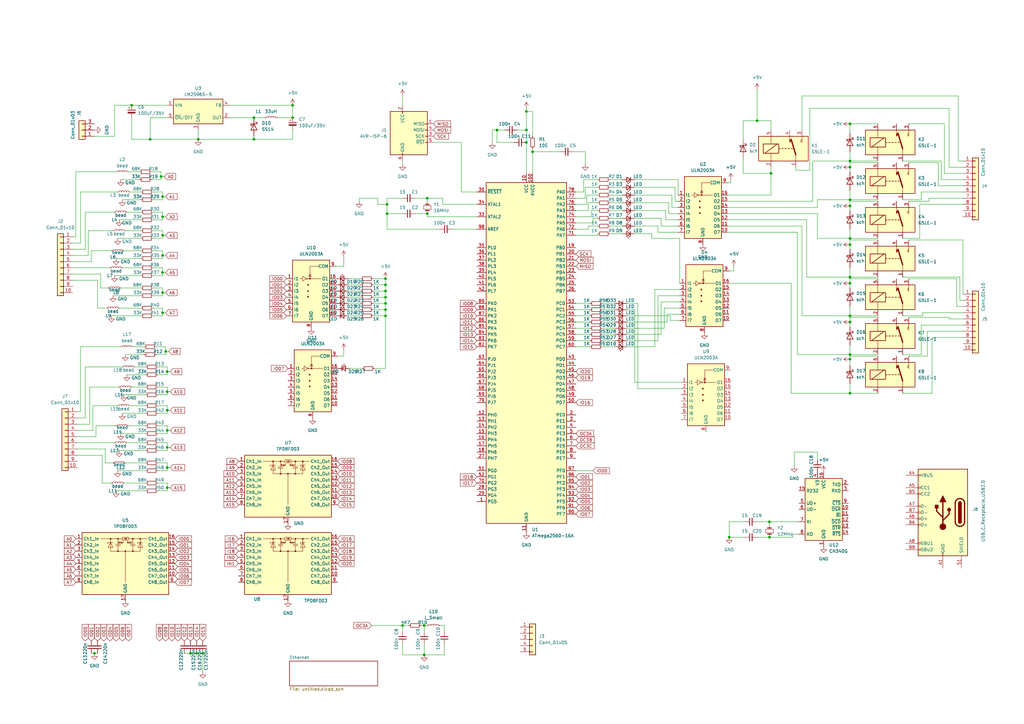
<source format=kicad_sch>
(kicad_sch (version 20230121) (generator eeschema)
  (paper "A3")
  (junction (at 299.085 220.345))
  (junction (at 66.675 88.9))
  (junction (at 348.615 97.79))
  (junction (at 348.615 81.915))
  (junction (at 348.615 161.29))
  (junction (at 348.615 129.54))
  (junction (at 120.015 48.26))
  (junction (at 38.735 267.97))
  (junction (at 158.115 116.84))
  (junction (at 104.14 57.15))
  (junction (at 348.615 84.455))
  (junction (at 158.115 127))
  (junction (at 348.615 113.665))
  (junction (at 81.28 57.15))
  (junction (at 158.75 87.63))
  (junction (at 68.58 200.025))
  (junction (at 316.23 71.12))
  (junction (at 215.9 58.42))
  (junction (at 315.595 220.345))
  (junction (at 315.595 213.995))
  (junction (at 218.44 62.23))
  (junction (at 348.615 132.08))
  (junction (at 158.115 121.92))
  (junction (at 215.9 53.34))
  (junction (at 66.675 128.27))
  (junction (at 66.675 104.775))
  (junction (at 78.105 267.97))
  (junction (at 348.615 68.58))
  (junction (at 158.115 129.54))
  (junction (at 104.14 48.26))
  (junction (at 68.58 160.655))
  (junction (at 173.99 256.54))
  (junction (at 83.185 267.97))
  (junction (at 165.1 256.54))
  (junction (at 66.04 72.39))
  (junction (at 66.675 120.015))
  (junction (at 158.75 83.82))
  (junction (at 68.58 176.53))
  (junction (at 68.58 191.77))
  (junction (at 53.975 43.18))
  (junction (at 348.615 66.04))
  (junction (at 215.9 45.72))
  (junction (at 348.615 100.33))
  (junction (at 68.58 183.515))
  (junction (at 66.675 111.76))
  (junction (at 80.645 267.97))
  (junction (at 173.99 268.605))
  (junction (at 348.615 145.415))
  (junction (at 68.58 152.4))
  (junction (at 158.115 114.3))
  (junction (at 175.26 87.63))
  (junction (at 67.945 144.145))
  (junction (at 66.675 96.52))
  (junction (at 310.515 49.53))
  (junction (at 348.615 116.205))
  (junction (at 120.015 43.18))
  (junction (at 61.595 57.15))
  (junction (at 348.615 50.8))
  (junction (at 348.615 147.32))
  (junction (at 203.835 53.34))
  (junction (at 175.26 81.28))
  (junction (at 158.115 119.38))
  (junction (at 158.115 124.46))
  (junction (at 68.58 168.275))
  (junction (at 66.675 80.645))
  (wire (pts (xy 250.19 95.885) (xy 255.27 95.885)))
  (wire (pts (xy 360.045 66.04) (xy 348.615 66.04)))
  (wire (pts (xy 325.755 185.42) (xy 335.28 185.42)))
  (wire (pts (xy 38.1 176.53) (xy 38.1 166.37)))
  (wire (pts (xy 68.58 158.75) (xy 68.58 160.655)))
  (wire (pts (xy 34.925 102.235) (xy 34.925 86.995)))
  (wire (pts (xy 147.955 114.3) (xy 142.875 114.3)))
  (wire (pts (xy 304.8 64.77) (xy 304.8 71.12)))
  (wire (pts (xy 327.025 95.25) (xy 327.025 145.415)))
  (wire (pts (xy 215.9 53.34) (xy 215.9 58.42)))
  (wire (pts (xy 315.595 213.995) (xy 315.595 215.265)))
  (wire (pts (xy 380.365 135.89) (xy 394.97 135.89)))
  (wire (pts (xy 247.015 127) (xy 252.095 127)))
  (wire (pts (xy 52.07 153.67) (xy 59.69 153.67)))
  (wire (pts (xy 261.62 124.46) (xy 261.62 159.385)))
  (wire (pts (xy 236.22 134.62) (xy 241.935 134.62)))
  (wire (pts (xy 348.615 66.04) (xy 348.615 62.23)))
  (wire (pts (xy 75.565 267.97) (xy 78.105 267.97)))
  (wire (pts (xy 242.57 86.36) (xy 245.11 86.36)))
  (wire (pts (xy 93.98 48.26) (xy 104.14 48.26)))
  (wire (pts (xy 64.77 189.865) (xy 68.58 189.865)))
  (wire (pts (xy 335.28 87.63) (xy 335.28 97.79)))
  (wire (pts (xy 387.35 50.8) (xy 387.35 71.12)))
  (wire (pts (xy 241.3 92.71) (xy 245.11 92.71)))
  (wire (pts (xy 257.175 124.46) (xy 261.62 124.46)))
  (wire (pts (xy 62.865 118.11) (xy 66.675 118.11)))
  (wire (pts (xy 49.53 118.11) (xy 57.785 118.11)))
  (wire (pts (xy 68.58 169.545) (xy 64.77 169.545)))
  (wire (pts (xy 34.925 86.995) (xy 46.99 86.995)))
  (wire (pts (xy 68.58 160.655) (xy 69.85 160.655)))
  (wire (pts (xy 41.91 198.12) (xy 45.72 198.12)))
  (wire (pts (xy 239.395 78.74) (xy 239.395 73.66)))
  (wire (pts (xy 175.26 81.28) (xy 175.26 82.55)))
  (wire (pts (xy 80.645 267.97) (xy 83.185 267.97)))
  (wire (pts (xy 41.91 186.69) (xy 41.91 198.12)))
  (wire (pts (xy 370.205 129.54) (xy 378.46 129.54)))
  (wire (pts (xy 81.28 57.15) (xy 81.28 53.34)))
  (wire (pts (xy 66.675 102.87) (xy 66.675 104.775)))
  (wire (pts (xy 360.045 66.675) (xy 348.615 66.675)))
  (wire (pts (xy 66.675 128.27) (xy 67.945 128.27)))
  (wire (pts (xy 236.22 93.98) (xy 241.3 93.98)))
  (wire (pts (xy 381 81.28) (xy 394.97 81.28)))
  (wire (pts (xy 31.75 184.15) (xy 43.18 184.15)))
  (wire (pts (xy 324.485 161.29) (xy 348.615 161.29)))
  (wire (pts (xy 393.065 66.04) (xy 394.97 66.04)))
  (wire (pts (xy 310.515 36.83) (xy 310.515 49.53)))
  (wire (pts (xy 271.145 89.535) (xy 271.145 92.71)))
  (wire (pts (xy 218.44 60.96) (xy 218.44 62.23)))
  (wire (pts (xy 348.615 161.29) (xy 348.615 157.48)))
  (wire (pts (xy 236.22 91.44) (xy 243.205 91.44)))
  (wire (pts (xy 247.015 137.16) (xy 252.095 137.16)))
  (wire (pts (xy 195.58 88.9) (xy 175.26 88.9)))
  (wire (pts (xy 120.015 43.18) (xy 120.015 48.26)))
  (wire (pts (xy 62.865 102.87) (xy 66.675 102.87)))
  (wire (pts (xy 207.01 53.34) (xy 203.835 53.34)))
  (wire (pts (xy 64.77 166.37) (xy 68.58 166.37)))
  (wire (pts (xy 328.93 129.54) (xy 348.615 129.54)))
  (wire (pts (xy 377.19 97.79) (xy 377.19 83.82)))
  (wire (pts (xy 29.845 99.695) (xy 33.02 99.695)))
  (wire (pts (xy 181.61 81.28) (xy 175.26 81.28)))
  (wire (pts (xy 267.335 97.79) (xy 278.765 97.79)))
  (wire (pts (xy 267.335 95.885) (xy 267.335 97.79)))
  (wire (pts (xy 158.115 127) (xy 158.115 124.46)))
  (wire (pts (xy 78.105 267.97) (xy 80.645 267.97)))
  (wire (pts (xy 29.845 109.855) (xy 45.085 109.855)))
  (wire (pts (xy 236.22 132.08) (xy 241.935 132.08)))
  (wire (pts (xy 61.595 48.26) (xy 61.595 57.15)))
  (wire (pts (xy 66.675 81.915) (xy 62.865 81.915)))
  (wire (pts (xy 68.58 166.37) (xy 68.58 168.275)))
  (wire (pts (xy 275.59 85.09) (xy 278.13 85.09)))
  (wire (pts (xy 62.23 70.485) (xy 66.04 70.485)))
  (wire (pts (xy 333.375 66.04) (xy 348.615 66.04)))
  (wire (pts (xy 50.165 81.915) (xy 57.785 81.915)))
  (wire (pts (xy 40.005 126.365) (xy 43.815 126.365)))
  (wire (pts (xy 66.675 80.645) (xy 66.675 81.915)))
  (wire (pts (xy 50.165 109.855) (xy 57.785 109.855)))
  (wire (pts (xy 165.1 259.08) (xy 165.1 256.54)))
  (wire (pts (xy 68.58 48.26) (xy 61.595 48.26)))
  (wire (pts (xy 138.43 146.05) (xy 140.97 146.05)))
  (wire (pts (xy 66.675 78.74) (xy 66.675 80.645)))
  (wire (pts (xy 236.22 129.54) (xy 241.935 129.54)))
  (wire (pts (xy 348.615 82.55) (xy 360.045 82.55)))
  (wire (pts (xy 66.04 73.66) (xy 62.23 73.66)))
  (wire (pts (xy 310.515 213.995) (xy 315.595 213.995)))
  (wire (pts (xy 305.435 213.995) (xy 299.085 213.995)))
  (wire (pts (xy 382.27 138.43) (xy 394.97 138.43)))
  (wire (pts (xy 165.1 264.16) (xy 165.1 268.605)))
  (wire (pts (xy 276.86 76.835) (xy 276.86 82.55)))
  (wire (pts (xy 66.675 120.015) (xy 66.675 121.285)))
  (wire (pts (xy 37.465 267.97) (xy 38.735 267.97)))
  (wire (pts (xy 240.03 76.835) (xy 245.11 76.835)))
  (wire (pts (xy 66.675 113.03) (xy 62.865 113.03)))
  (wire (pts (xy 372.745 66.675) (xy 384.81 66.675)))
  (wire (pts (xy 348.615 118.11) (xy 348.615 116.205)))
  (wire (pts (xy 68.58 191.77) (xy 68.58 193.04)))
  (wire (pts (xy 250.19 83.185) (xy 255.27 83.185)))
  (wire (pts (xy 31.75 179.07) (xy 39.37 179.07)))
  (wire (pts (xy 68.58 152.4) (xy 68.58 153.67)))
  (wire (pts (xy 53.975 158.75) (xy 59.69 158.75)))
  (wire (pts (xy 273.05 90.17) (xy 278.13 90.17)))
  (wire (pts (xy 46.99 113.03) (xy 57.785 113.03)))
  (wire (pts (xy 31.75 176.53) (xy 38.1 176.53)))
  (wire (pts (xy 269.875 95.25) (xy 278.13 95.25)))
  (wire (pts (xy 51.435 189.865) (xy 59.69 189.865)))
  (wire (pts (xy 147.955 124.46) (xy 142.875 124.46)))
  (wire (pts (xy 260.35 86.36) (xy 273.05 86.36)))
  (wire (pts (xy 257.175 142.24) (xy 268.605 142.24)))
  (wire (pts (xy 68.58 181.61) (xy 68.58 183.515)))
  (wire (pts (xy 31.75 173.99) (xy 36.83 173.99)))
  (wire (pts (xy 218.44 45.72) (xy 215.9 45.72)))
  (wire (pts (xy 370.205 81.915) (xy 377.825 81.915)))
  (wire (pts (xy 165.1 81.28) (xy 158.75 81.28)))
  (wire (pts (xy 153.035 121.92) (xy 158.115 121.92)))
  (wire (pts (xy 260.35 92.71) (xy 269.875 92.71)))
  (wire (pts (xy 250.19 76.835) (xy 255.27 76.835)))
  (wire (pts (xy 247.015 124.46) (xy 252.095 124.46)))
  (wire (pts (xy 389.255 68.58) (xy 389.255 44.45)))
  (wire (pts (xy 240.665 80.01) (xy 245.11 80.01)))
  (wire (pts (xy 348.615 132.08) (xy 348.615 130.175)))
  (wire (pts (xy 257.175 137.16) (xy 271.145 137.16)))
  (wire (pts (xy 153.035 127) (xy 158.115 127)))
  (wire (pts (xy 29.845 97.155) (xy 31.115 97.155)))
  (wire (pts (xy 68.58 198.12) (xy 68.58 200.025)))
  (wire (pts (xy 68.58 176.53) (xy 69.85 176.53)))
  (wire (pts (xy 299.085 220.345) (xy 305.435 220.345)))
  (wire (pts (xy 49.53 177.8) (xy 59.69 177.8)))
  (wire (pts (xy 236.22 139.7) (xy 241.935 139.7)))
  (wire (pts (xy 104.14 55.88) (xy 104.14 57.15)))
  (wire (pts (xy 31.75 168.91) (xy 33.02 168.91)))
  (wire (pts (xy 260.35 76.835) (xy 276.86 76.835)))
  (wire (pts (xy 393.065 39.37) (xy 393.065 66.04)))
  (wire (pts (xy 29.845 102.235) (xy 34.925 102.235)))
  (wire (pts (xy 236.22 127) (xy 241.935 127)))
  (wire (pts (xy 31.115 97.155) (xy 31.115 70.485)))
  (wire (pts (xy 158.75 93.98) (xy 158.75 87.63)))
  (wire (pts (xy 243.205 89.535) (xy 245.11 89.535)))
  (wire (pts (xy 158.75 83.82) (xy 158.75 87.63)))
  (wire (pts (xy 39.37 174.625) (xy 47.625 174.625)))
  (wire (pts (xy 218.44 62.23) (xy 229.87 62.23)))
  (wire (pts (xy 247.015 129.54) (xy 252.095 129.54)))
  (wire (pts (xy 40.005 114.935) (xy 40.005 126.365)))
  (wire (pts (xy 381 82.55) (xy 381 81.28)))
  (wire (pts (xy 66.675 96.52) (xy 67.945 96.52)))
  (wire (pts (xy 234.95 62.23) (xy 240.03 62.23)))
  (wire (pts (xy 348.615 116.205) (xy 348.615 114.3)))
  (wire (pts (xy 158.115 116.84) (xy 153.035 116.84)))
  (wire (pts (xy 218.44 55.88) (xy 218.44 45.72)))
  (wire (pts (xy 348.615 130.175) (xy 360.045 130.175)))
  (wire (pts (xy 299.085 213.995) (xy 299.085 220.345)))
  (wire (pts (xy 260.35 89.535) (xy 271.145 89.535)))
  (wire (pts (xy 240.03 81.28) (xy 240.03 76.835)))
  (wire (pts (xy 372.745 130.175) (xy 389.255 130.175)))
  (wire (pts (xy 66.675 88.9) (xy 66.675 90.17)))
  (wire (pts (xy 384.81 76.2) (xy 394.97 76.2)))
  (wire (pts (xy 348.615 133.985) (xy 348.615 132.08)))
  (wire (pts (xy 154.94 83.82) (xy 158.75 83.82)))
  (wire (pts (xy 36.195 104.775) (xy 36.195 94.615)))
  (wire (pts (xy 269.875 92.71) (xy 269.875 95.25)))
  (wire (pts (xy 170.18 81.28) (xy 175.26 81.28)))
  (wire (pts (xy 68.58 177.8) (xy 64.77 177.8)))
  (wire (pts (xy 68.58 152.4) (xy 69.85 152.4)))
  (wire (pts (xy 261.62 159.385) (xy 279.4 159.385)))
  (wire (pts (xy 239.395 73.66) (xy 245.11 73.66)))
  (wire (pts (xy 304.8 71.12) (xy 316.23 71.12)))
  (wire (pts (xy 316.23 80.01) (xy 316.23 71.12)))
  (wire (pts (xy 348.615 66.675) (xy 348.615 68.58)))
  (wire (pts (xy 50.8 102.87) (xy 57.785 102.87)))
  (wire (pts (xy 61.595 57.15) (xy 81.28 57.15)))
  (wire (pts (xy 66.675 111.76) (xy 66.675 113.03)))
  (wire (pts (xy 153.035 129.54) (xy 158.115 129.54)))
  (wire (pts (xy 53.34 166.37) (xy 59.69 166.37)))
  (wire (pts (xy 272.415 126.365) (xy 278.765 126.365)))
  (wire (pts (xy 68.58 183.515) (xy 69.85 183.515)))
  (wire (pts (xy 257.175 134.62) (xy 272.415 134.62)))
  (wire (pts (xy 240.03 62.23) (xy 240.03 67.31)))
  (wire (pts (xy 50.165 169.545) (xy 59.69 169.545)))
  (wire (pts (xy 182.245 264.16) (xy 182.245 268.605)))
  (wire (pts (xy 66.04 72.39) (xy 67.31 72.39)))
  (wire (pts (xy 392.43 125.73) (xy 394.97 125.73)))
  (wire (pts (xy 299.085 111.125) (xy 300.99 111.125)))
  (wire (pts (xy 348.615 50.8) (xy 360.045 50.8)))
  (wire (pts (xy 348.615 68.58) (xy 348.615 70.485)))
  (wire (pts (xy 67.945 144.145) (xy 69.215 144.145)))
  (wire (pts (xy 236.22 124.46) (xy 241.935 124.46)))
  (wire (pts (xy 36.195 94.615) (xy 46.355 94.615)))
  (wire (pts (xy 48.895 126.365) (xy 57.785 126.365)))
  (wire (pts (xy 173.99 256.54) (xy 173.99 259.08)))
  (wire (pts (xy 66.675 109.855) (xy 66.675 111.76)))
  (wire (pts (xy 333.375 82.55) (xy 333.375 66.04)))
  (wire (pts (xy 275.59 80.01) (xy 275.59 85.09)))
  (wire (pts (xy 68.58 191.77) (xy 69.85 191.77)))
  (wire (pts (xy 360.045 129.54) (xy 348.615 129.54)))
  (wire (pts (xy 153.035 119.38) (xy 158.115 119.38)))
  (wire (pts (xy 274.32 87.63) (xy 278.13 87.63)))
  (wire (pts (xy 268.605 142.24) (xy 268.605 118.745)))
  (wire (pts (xy 52.705 70.485) (xy 57.15 70.485)))
  (wire (pts (xy 316.23 49.53) (xy 316.23 53.34)))
  (wire (pts (xy 370.205 97.79) (xy 377.19 97.79)))
  (wire (pts (xy 360.045 145.415) (xy 348.615 145.415)))
  (wire (pts (xy 348.615 81.915) (xy 348.615 78.105)))
  (wire (pts (xy 66.675 88.9) (xy 67.945 88.9)))
  (wire (pts (xy 31.75 186.69) (xy 41.91 186.69)))
  (wire (pts (xy 62.865 109.855) (xy 66.675 109.855)))
  (wire (pts (xy 68.58 201.295) (xy 64.77 201.295)))
  (wire (pts (xy 360.045 161.29) (xy 348.615 161.29)))
  (wire (pts (xy 269.875 139.7) (xy 269.875 121.285)))
  (wire (pts (xy 68.58 160.655) (xy 68.58 161.925)))
  (wire (pts (xy 158.75 81.28) (xy 158.75 83.82)))
  (wire (pts (xy 182.245 268.605) (xy 173.99 268.605)))
  (wire (pts (xy 250.19 73.66) (xy 255.27 73.66)))
  (wire (pts (xy 66.675 94.615) (xy 66.675 96.52)))
  (wire (pts (xy 153.035 114.3) (xy 158.115 114.3)))
  (wire (pts (xy 33.02 78.74) (xy 33.02 99.695)))
  (wire (pts (xy 172.72 256.54) (xy 173.99 256.54)))
  (wire (pts (xy 33.02 168.91) (xy 33.02 142.24)))
  (wire (pts (xy 378.46 128.27) (xy 394.97 128.27)))
  (wire (pts (xy 298.45 90.17) (xy 330.835 90.17)))
  (wire (pts (xy 348.615 114.3) (xy 360.045 114.3)))
  (wire (pts (xy 147.955 121.92) (xy 142.875 121.92)))
  (wire (pts (xy 66.675 106.045) (xy 62.865 106.045)))
  (wire (pts (xy 393.7 123.19) (xy 394.97 123.19)))
  (wire (pts (xy 325.12 220.345) (xy 315.595 220.345)))
  (wire (pts (xy 250.19 89.535) (xy 255.27 89.535)))
  (wire (pts (xy 66.675 126.365) (xy 66.675 128.27)))
  (wire (pts (xy 299.085 116.205) (xy 324.485 116.205)))
  (wire (pts (xy 325.755 191.135) (xy 325.755 185.42)))
  (wire (pts (xy 257.175 139.7) (xy 269.875 139.7)))
  (wire (pts (xy 348.615 149.86) (xy 348.615 147.32)))
  (wire (pts (xy 298.45 95.25) (xy 327.025 95.25)))
  (wire (pts (xy 247.015 142.24) (xy 252.095 142.24)))
  (wire (pts (xy 53.975 48.26) (xy 53.975 57.15)))
  (wire (pts (xy 212.09 53.34) (xy 215.9 53.34)))
  (wire (pts (xy 324.485 116.205) (xy 324.485 161.29)))
  (wire (pts (xy 55.245 150.495) (xy 59.69 150.495)))
  (wire (pts (xy 298.45 92.71) (xy 328.93 92.71)))
  (wire (pts (xy 370.205 145.415) (xy 377.825 145.415)))
  (wire (pts (xy 120.015 53.34) (xy 120.015 57.15)))
  (wire (pts (xy 278.13 73.66) (xy 278.13 80.01)))
  (wire (pts (xy 327.025 145.415) (xy 348.615 145.415)))
  (wire (pts (xy 66.675 121.285) (xy 62.865 121.285)))
  (wire (pts (xy 274.32 83.185) (xy 274.32 87.63)))
  (wire (pts (xy 38.735 55.88) (xy 46.99 55.88)))
  (wire (pts (xy 236.22 137.16) (xy 241.935 137.16)))
  (wire (pts (xy 325.12 219.075) (xy 325.12 220.345)))
  (wire (pts (xy 43.18 189.865) (xy 46.355 189.865)))
  (wire (pts (xy 68.58 168.275) (xy 69.85 168.275)))
  (wire (pts (xy 304.8 49.53) (xy 310.515 49.53)))
  (wire (pts (xy 66.04 70.485) (xy 66.04 72.39)))
  (wire (pts (xy 68.58 161.925) (xy 64.77 161.925)))
  (wire (pts (xy 372.745 98.425) (xy 394.97 98.425)))
  (wire (pts (xy 201.93 53.34) (xy 201.93 58.42)))
  (wire (pts (xy 66.675 104.775) (xy 67.945 104.775)))
  (wire (pts (xy 64.77 150.495) (xy 68.58 150.495)))
  (wire (pts (xy 210.82 58.42) (xy 203.835 58.42)))
  (wire (pts (xy 377.825 78.74) (xy 394.97 78.74)))
  (wire (pts (xy 298.45 74.93) (xy 299.72 74.93)))
  (wire (pts (xy 51.435 94.615) (xy 57.785 94.615)))
  (wire (pts (xy 278.765 97.79) (xy 278.765 116.205)))
  (wire (pts (xy 66.675 97.79) (xy 62.865 97.79)))
  (wire (pts (xy 236.22 96.52) (xy 245.11 96.52)))
  (wire (pts (xy 348.615 86.36) (xy 348.615 84.455)))
  (wire (pts (xy 148.59 151.13) (xy 143.51 151.13)))
  (wire (pts (xy 245.11 96.52) (xy 245.11 95.885)))
  (wire (pts (xy 274.955 129.54) (xy 274.955 131.445)))
  (wire (pts (xy 335.28 185.42) (xy 335.28 188.595)))
  (wire (pts (xy 370.205 66.04) (xy 386.08 66.04)))
  (wire (pts (xy 260.35 95.885) (xy 267.335 95.885)))
  (wire (pts (xy 53.975 57.15) (xy 61.595 57.15)))
  (wire (pts (xy 236.22 78.74) (xy 239.395 78.74)))
  (wire (pts (xy 68.58 153.67) (xy 64.77 153.67)))
  (wire (pts (xy 158.115 119.38) (xy 158.115 116.84)))
  (wire (pts (xy 299.72 74.93) (xy 299.72 73.66)))
  (wire (pts (xy 240.665 83.82) (xy 240.665 80.01)))
  (wire (pts (xy 372.745 114.3) (xy 392.43 114.3)))
  (wire (pts (xy 68.58 193.04) (xy 64.77 193.04)))
  (wire (pts (xy 50.165 150.495) (xy 34.925 150.495)))
  (wire (pts (xy 316.23 71.12) (xy 316.23 68.58)))
  (wire (pts (xy 348.615 146.05) (xy 360.045 146.05)))
  (wire (pts (xy 348.615 145.415) (xy 348.615 141.605)))
  (wire (pts (xy 29.845 114.935) (xy 40.005 114.935)))
  (wire (pts (xy 348.615 84.455) (xy 348.615 82.55)))
  (wire (pts (xy 260.35 127) (xy 260.35 156.845)))
  (wire (pts (xy 140.97 109.22) (xy 140.97 105.41)))
  (wire (pts (xy 36.83 173.99) (xy 36.83 158.75)))
  (wire (pts (xy 165.1 39.37) (xy 165.1 43.18)))
  (wire (pts (xy 327.66 219.075) (xy 325.12 219.075)))
  (wire (pts (xy 236.22 142.24) (xy 241.935 142.24)))
  (wire (pts (xy 273.685 128.905) (xy 278.765 128.905)))
  (wire (pts (xy 52.07 181.61) (xy 59.69 181.61)))
  (wire (pts (xy 203.835 58.42) (xy 203.835 53.34)))
  (wire (pts (xy 41.275 118.11) (xy 44.45 118.11)))
  (wire (pts (xy 348.615 113.665) (xy 348.615 109.855)))
  (wire (pts (xy 384.81 66.675) (xy 384.81 76.2)))
  (wire (pts (xy 46.99 43.18) (xy 53.975 43.18)))
  (wire (pts (xy 165.1 66.04) (xy 165.1 67.31)))
  (wire (pts (xy 45.72 129.54) (xy 57.785 129.54)))
  (wire (pts (xy 175.26 88.9) (xy 175.26 87.63)))
  (wire (pts (xy 66.675 96.52) (xy 66.675 97.79)))
  (wire (pts (xy 67.945 144.145) (xy 67.945 145.415)))
  (wire (pts (xy 158.115 124.46) (xy 158.115 121.92)))
  (wire (pts (xy 182.245 256.54) (xy 182.245 259.08)))
  (wire (pts (xy 271.145 137.16) (xy 271.145 123.825)))
  (wire (pts (xy 173.99 256.54) (xy 175.26 256.54)))
  (wire (pts (xy 147.955 127) (xy 142.875 127)))
  (wire (pts (xy 46.99 55.88) (xy 46.99 43.18)))
  (wire (pts (xy 247.015 134.62) (xy 252.095 134.62)))
  (wire (pts (xy 372.745 50.8) (xy 387.35 50.8)))
  (wire (pts (xy 173.99 268.605) (xy 173.99 264.16)))
  (wire (pts (xy 243.205 91.44) (xy 243.205 89.535)))
  (wire (pts (xy 158.115 151.13) (xy 158.115 129.54)))
  (wire (pts (xy 389.255 130.81) (xy 394.97 130.81)))
  (wire (pts (xy 68.58 174.625) (xy 68.58 176.53)))
  (wire (pts (xy 185.42 93.98) (xy 195.58 93.98)))
  (wire (pts (xy 93.98 43.18) (xy 120.015 43.18)))
  (wire (pts (xy 326.39 69.85) (xy 326.39 68.58)))
  (wire (pts (xy 68.58 184.785) (xy 64.77 184.785)))
  (wire (pts (xy 386.08 66.04) (xy 386.08 73.66)))
  (wire (pts (xy 332.105 44.45) (xy 332.105 69.85)))
  (wire (pts (xy 236.22 81.28) (xy 240.03 81.28)))
  (wire (pts (xy 62.865 86.995) (xy 66.675 86.995)))
  (wire (pts (xy 273.05 86.36) (xy 273.05 90.17)))
  (wire (pts (xy 271.145 92.71) (xy 278.13 92.71)))
  (wire (pts (xy 67.945 145.415) (xy 64.135 145.415)))
  (wire (pts (xy 218.44 62.23) (xy 218.44 71.12)))
  (wire (pts (xy 389.255 44.45) (xy 332.105 44.45)))
  (wire (pts (xy 250.19 80.01) (xy 255.27 80.01)))
  (wire (pts (xy 158.115 129.54) (xy 158.115 127)))
  (wire (pts (xy 41.275 112.395) (xy 41.275 118.11)))
  (wire (pts (xy 335.28 85.09) (xy 335.28 81.915)))
  (wire (pts (xy 29.845 107.315) (xy 37.465 107.315)))
  (wire (pts (xy 29.845 112.395) (xy 41.275 112.395)))
  (wire (pts (xy 370.205 161.29) (xy 382.27 161.29)))
  (wire (pts (xy 247.015 139.7) (xy 252.095 139.7)))
  (wire (pts (xy 66.675 128.27) (xy 66.675 129.54)))
  (wire (pts (xy 66.675 90.17) (xy 62.865 90.17)))
  (wire (pts (xy 242.57 88.9) (xy 242.57 86.36)))
  (wire (pts (xy 147.955 129.54) (xy 142.875 129.54)))
  (wire (pts (xy 47.625 106.045) (xy 57.785 106.045)))
  (wire (pts (xy 37.465 107.315) (xy 37.465 102.87)))
  (wire (pts (xy 269.875 121.285) (xy 278.765 121.285)))
  (wire (pts (xy 64.77 198.12) (xy 68.58 198.12)))
  (wire (pts (xy 66.675 118.11) (xy 66.675 120.015)))
  (wire (pts (xy 360.045 97.79) (xy 348.615 97.79)))
  (wire (pts (xy 64.77 174.625) (xy 68.58 174.625)))
  (wire (pts (xy 52.705 174.625) (xy 59.69 174.625)))
  (wire (pts (xy 189.23 58.42) (xy 189.23 78.74)))
  (wire (pts (xy 380.365 146.05) (xy 380.365 135.89)))
  (wire (pts (xy 241.3 86.36) (xy 241.3 83.185)))
  (wire (pts (xy 378.46 129.54) (xy 378.46 128.27)))
  (wire (pts (xy 62.865 94.615) (xy 66.675 94.615)))
  (wire (pts (xy 274.955 131.445) (xy 278.765 131.445)))
  (wire (pts (xy 66.675 104.775) (xy 66.675 106.045)))
  (wire (pts (xy 68.58 150.495) (xy 68.58 152.4)))
  (wire (pts (xy 257.175 127) (xy 260.35 127)))
  (wire (pts (xy 298.45 87.63) (xy 335.28 87.63)))
  (wire (pts (xy 257.175 129.54) (xy 274.955 129.54)))
  (wire (pts (xy 37.465 102.87) (xy 45.72 102.87)))
  (wire (pts (xy 272.415 134.62) (xy 272.415 126.365)))
  (wire (pts (xy 372.745 146.05) (xy 380.365 146.05)))
  (wire (pts (xy 29.845 104.775) (xy 36.195 104.775)))
  (wire (pts (xy 203.835 53.34) (xy 201.93 53.34)))
  (wire (pts (xy 66.675 120.015) (xy 67.945 120.015)))
  (wire (pts (xy 62.865 126.365) (xy 66.675 126.365)))
  (wire (pts (xy 181.61 83.82) (xy 181.61 81.28)))
  (wire (pts (xy 48.895 90.17) (xy 57.785 90.17)))
  (wire (pts (xy 250.19 86.36) (xy 255.27 86.36)))
  (wire (pts (xy 33.02 142.24) (xy 49.53 142.24)))
  (wire (pts (xy 377.19 83.82) (xy 394.97 83.82)))
  (wire (pts (xy 241.3 83.185) (xy 245.11 83.185)))
  (wire (pts (xy 68.58 168.275) (xy 68.58 169.545)))
  (wire (pts (xy 153.67 151.13) (xy 158.115 151.13)))
  (wire (pts (xy 392.43 114.3) (xy 392.43 125.73)))
  (wire (pts (xy 53.34 78.74) (xy 57.785 78.74)))
  (wire (pts (xy 49.53 73.66) (xy 57.15 73.66)))
  (wire (pts (xy 310.515 220.345) (xy 315.595 220.345)))
  (wire (pts (xy 348.615 97.79) (xy 348.615 93.98)))
  (wire (pts (xy 66.04 72.39) (xy 66.04 73.66)))
  (wire (pts (xy 104.14 48.26) (xy 108.585 48.26)))
  (wire (pts (xy 298.45 85.09) (xy 335.28 85.09)))
  (wire (pts (xy 348.615 147.32) (xy 348.615 146.05)))
  (wire (pts (xy 48.26 193.04) (xy 59.69 193.04)))
  (wire (pts (xy 158.115 121.92) (xy 158.115 119.38)))
  (wire (pts (xy 158.115 114.3) (xy 158.115 116.84)))
  (wire (pts (xy 154.94 81.28) (xy 154.94 83.82)))
  (wire (pts (xy 153.035 124.46) (xy 158.115 124.46)))
  (wire (pts (xy 147.32 81.28) (xy 154.94 81.28)))
  (wire (pts (xy 247.015 132.08) (xy 252.095 132.08)))
  (wire (pts (xy 236.22 86.36) (xy 241.3 86.36)))
  (wire (pts (xy 50.8 198.12) (xy 59.69 198.12)))
  (wire (pts (xy 137.795 109.22) (xy 140.97 109.22)))
  (wire (pts (xy 64.77 158.75) (xy 68.58 158.75)))
  (wire (pts (xy 298.45 82.55) (xy 333.375 82.55)))
  (wire (pts (xy 260.35 73.66) (xy 278.13 73.66)))
  (wire (pts (xy 236.22 88.9) (xy 242.57 88.9)))
  (wire (pts (xy 271.145 123.825) (xy 278.765 123.825)))
  (wire (pts (xy 273.685 132.08) (xy 273.685 128.905)))
  (wire (pts (xy 50.8 161.925) (xy 59.69 161.925)))
  (wire (pts (xy 64.135 142.24) (xy 67.945 142.24)))
  (wire (pts (xy 165.1 268.605) (xy 173.99 268.605)))
  (wire (pts (xy 66.675 86.995) (xy 66.675 88.9)))
  (wire (pts (xy 195.58 83.82) (xy 181.61 83.82)))
  (wire (pts (xy 52.07 86.995) (xy 57.785 86.995)))
  (wire (pts (xy 64.77 181.61) (xy 68.58 181.61)))
  (wire (pts (xy 38.735 267.97) (xy 40.005 267.97)))
  (wire (pts (xy 335.28 97.79) (xy 348.615 97.79)))
  (wire (pts (xy 389.255 130.175) (xy 389.255 130.81)))
  (wire (pts (xy 48.895 184.785) (xy 59.69 184.785)))
  (wire (pts (xy 260.35 80.01) (xy 275.59 80.01)))
  (wire (pts (xy 48.26 97.79) (xy 57.785 97.79)))
  (wire (pts (xy 370.205 113.665) (xy 393.7 113.665)))
  (wire (pts (xy 31.75 181.61) (xy 46.99 181.61)))
  (wire (pts (xy 387.35 71.12) (xy 394.97 71.12)))
  (wire (pts (xy 348.615 54.61) (xy 348.615 50.8)))
  (wire (pts (xy 304.8 57.15) (xy 304.8 49.53)))
  (wire (pts (xy 180.34 256.54) (xy 182.245 256.54)))
  (wire (pts (xy 170.18 87.63) (xy 175.26 87.63)))
  (wire (pts (xy 68.58 200.025) (xy 69.85 200.025)))
  (wire (pts (xy 147.955 116.84) (xy 142.875 116.84)))
  (wire (pts (xy 315.595 213.995) (xy 327.66 213.995)))
  (wire (pts (xy 66.675 129.54) (xy 62.865 129.54)))
  (wire (pts (xy 215.9 44.45) (xy 215.9 45.72)))
  (wire (pts (xy 332.105 69.85) (xy 326.39 69.85)))
  (wire (pts (xy 394.97 68.58) (xy 389.255 68.58)))
  (wire (pts (xy 257.175 132.08) (xy 273.685 132.08)))
  (wire (pts (xy 147.32 82.55) (xy 147.32 81.28)))
  (wire (pts (xy 215.9 58.42) (xy 215.9 71.12)))
  (wire (pts (xy 158.75 87.63) (xy 165.1 87.63)))
  (wire (pts (xy 104.14 57.15) (xy 81.28 57.15)))
  (wire (pts (xy 348.615 100.33) (xy 348.615 98.425)))
  (wire (pts (xy 140.97 146.05) (xy 140.97 143.51)))
  (wire (pts (xy 377.825 145.415) (xy 377.825 133.35)))
  (wire (pts (xy 360.045 113.665) (xy 348.615 113.665)))
  (wire (pts (xy 68.58 183.515) (xy 68.58 184.785)))
  (wire (pts (xy 38.1 166.37) (xy 48.26 166.37)))
  (wire (pts (xy 335.28 81.915) (xy 348.615 81.915)))
  (wire (pts (xy 330.835 113.665) (xy 348.615 113.665)))
  (wire (pts (xy 215.9 45.72) (xy 215.9 53.34)))
  (wire (pts (xy 330.835 90.17) (xy 330.835 113.665)))
  (wire (pts (xy 276.86 82.55) (xy 278.13 82.55)))
  (wire (pts (xy 393.7 113.665) (xy 393.7 123.19)))
  (wire (pts (xy 328.93 92.71) (xy 328.93 129.54)))
  (wire (pts (xy 66.675 111.76) (xy 67.945 111.76)))
  (wire (pts (xy 328.93 39.37) (xy 393.065 39.37)))
  (wire (pts (xy 51.435 145.415) (xy 59.055 145.415)))
  (wire (pts (xy 54.61 142.24) (xy 59.055 142.24)))
  (wire (pts (xy 250.19 92.71) (xy 255.27 92.71)))
  (wire (pts (xy 236.22 83.82) (xy 240.665 83.82)))
  (wire (pts (xy 68.58 200.025) (xy 68.58 201.295)))
  (wire (pts (xy 147.955 119.38) (xy 142.875 119.38)))
  (wire (pts (xy 372.745 82.55) (xy 381 82.55)))
  (wire (pts (xy 300.99 111.125) (xy 300.99 109.22)))
  (wire (pts (xy 67.945 142.24) (xy 67.945 144.145)))
  (wire (pts (xy 180.34 93.98) (xy 158.75 93.98)))
  (wire (pts (xy 377.825 81.915) (xy 377.825 78.74)))
  (wire (pts (xy 48.26 78.74) (xy 33.02 78.74)))
  (wire (pts (xy 236.22 193.04) (xy 243.205 193.04)))
  (wire (pts (xy 31.75 171.45) (xy 34.925 171.45)))
  (wire (pts (xy 360.045 81.915) (xy 348.615 81.915)))
  (wire (pts (xy 43.18 184.15) (xy 43.18 189.865)))
  (wire (pts (xy 31.115 70.485) (xy 47.625 70.485)))
  (wire (pts (xy 310.515 49.53) (xy 316.23 49.53)))
  (wire (pts (xy 165.1 256.54) (xy 167.64 256.54)))
  (wire (pts (xy 113.665 48.26) (xy 120.015 48.26)))
  (wire (pts (xy 348.615 129.54) (xy 348.615 125.73)))
  (wire (pts (xy 260.35 83.185) (xy 274.32 83.185)))
  (wire (pts (xy 348.615 98.425) (xy 360.045 98.425)))
  (wire (pts (xy 328.93 53.34) (xy 328.93 39.37)))
  (wire (pts (xy 298.45 80.01) (xy 316.23 80.01)))
  (wire (pts (xy 47.625 201.295) (xy 59.69 201.295)))
  (wire (pts (xy 36.83 158.75) (xy 48.895 158.75)))
  (wire (pts (xy 39.37 179.07) (xy 39.37 174.625)))
  (wire (pts (xy 34.925 150.495) (xy 34.925 171.45)))
  (wire (pts (xy 386.08 73.66) (xy 394.97 73.66)))
  (wire (pts (xy 152.4 256.54) (xy 165.1 256.54)))
  (wire (pts (xy 46.355 121.285) (xy 57.785 121.285)))
  (wire (pts (xy 66.675 80.645) (xy 67.945 80.645)))
  (wire (pts (xy 68.58 176.53) (xy 68.58 177.8)))
  (wire (pts (xy 120.015 57.15) (xy 104.14 57.15)))
  (wire (pts (xy 241.3 93.98) (xy 241.3 92.71)))
  (wire (pts (xy 177.8 58.42) (xy 189.23 58.42)))
  (wire (pts (xy 68.58 189.865) (xy 68.58 191.77)))
  (wire (pts (xy 83.185 267.97) (xy 83.185 275.59)))
  (wire (pts (xy 377.825 133.35) (xy 394.97 133.35)))
  (wire (pts (xy 53.975 43.18) (xy 68.58 43.18)))
  (wire (pts (xy 268.605 118.745) (xy 278.765 118.745)))
  (wire (pts (xy 394.97 98.425) (xy 394.97 120.65)))
  (wire (pts (xy 348.615 102.235) (xy 348.615 100.33)))
  (wire (pts (xy 260.35 156.845) (xy 279.4 156.845)))
  (wire (pts (xy 62.865 78.74) (xy 66.675 78.74)))
  (wire (pts (xy 189.23 78.74) (xy 195.58 78.74)))
  (wire (pts (xy 382.27 161.29) (xy 382.27 138.43)))
  (global_label "IO15" (shape input) (at 195.58 142.24 180) (property "Intersheetrefs" "${INTERSHEET_REFS}" (effects hide)))
  (global_label "A1" (shape input) (at 31.115 223.52 180) (property "Intersheetrefs" "${INTERSHEET_REFS}" (effects hide)))
  (global_label "A2" (shape input) (at 31.115 226.06 180) (property "Intersheetrefs" "${INTERSHEET_REFS}" (effects hide)))
  (global_label "IN0" (shape input) (at 97.79 228.6 180) (property "Intersheetrefs" "${INTERSHEET_REFS}" (effects hide)))
  (global_label "IO11" (shape input) (at 73.025 262.89 90) (property "Intersheetrefs" "${INTERSHEET_REFS}" (effects hide)))
  (global_label "A10" (shape input) (at 97.79 194.31 180) (property "Intersheetrefs" "${INTERSHEET_REFS}" (effects hide)))
  (global_label "A15" (shape input) (at 69.85 200.025 0) (property "Intersheetrefs" "${INTERSHEET_REFS}" (effects hide)))
  (global_label "IO08" (shape input) (at 138.43 189.23 0) (property "Intersheetrefs" "${INTERSHEET_REFS}" (effects hide)))
  (global_label "A1" (shape input) (at 67.945 80.645 0) (property "Intersheetrefs" "${INTERSHEET_REFS}" (effects hide)))
  (global_label "IO18" (shape input) (at 138.43 226.06 0) (property "Intersheetrefs" "${INTERSHEET_REFS}" (effects hide)))
  (global_label "IN1" (shape input) (at 97.79 231.14 180) (property "Intersheetrefs" "${INTERSHEET_REFS}" (effects hide)))
  (global_label "A4" (shape input) (at 67.945 104.775 0) (property "Intersheetrefs" "${INTERSHEET_REFS}" (effects hide)))
  (global_label "A5" (shape input) (at 67.945 111.76 0) (property "Intersheetrefs" "${INTERSHEET_REFS}" (effects hide)))
  (global_label "IO04" (shape input) (at 236.22 203.2 0) (property "Intersheetrefs" "${INTERSHEET_REFS}" (effects hide)))
  (global_label "OC3C" (shape input) (at 236.22 182.88 0) (property "Intersheetrefs" "${INTERSHEET_REFS}" (effects hide)))
  (global_label "SCK" (shape input) (at 177.8 55.88 0) (property "Intersheetrefs" "${INTERSHEET_REFS}" (effects hide)))
  (global_label "IO08" (shape input) (at 65.405 262.89 90) (property "Intersheetrefs" "${INTERSHEET_REFS}" (effects hide)))
  (global_label "IO16" (shape input) (at 236.22 165.1 0) (property "Intersheetrefs" "${INTERSHEET_REFS}" (effects hide)))
  (global_label "IO10" (shape input) (at 138.43 194.31 0) (property "Intersheetrefs" "${INTERSHEET_REFS}" (effects hide)))
  (global_label "IO20" (shape input) (at 236.22 152.4 0) (property "Intersheetrefs" "${INTERSHEET_REFS}" (effects hide)))
  (global_label "IO09" (shape input) (at 138.43 191.77 0) (property "Intersheetrefs" "${INTERSHEET_REFS}" (effects hide)))
  (global_label "IO01" (shape input) (at 37.465 262.89 90) (property "Intersheetrefs" "${INTERSHEET_REFS}" (effects hide)))
  (global_label "MOSI" (shape input) (at 236.22 106.68 0) (property "Intersheetrefs" "${INTERSHEET_REFS}" (effects hide)))
  (global_label "IO00" (shape input) (at 71.755 220.98 0) (property "Intersheetrefs" "${INTERSHEET_REFS}" (effects hide)))
  (global_label "A9" (shape input) (at 69.85 152.4 0) (property "Intersheetrefs" "${INTERSHEET_REFS}" (effects hide)))
  (global_label "IO05" (shape input) (at 71.755 233.68 0) (property "Intersheetrefs" "${INTERSHEET_REFS}" (effects hide)))
  (global_label "IO13" (shape input) (at 138.43 201.93 0) (property "Intersheetrefs" "${INTERSHEET_REFS}" (effects hide)))
  (global_label "IO20" (shape input) (at 138.43 231.14 0) (property "Intersheetrefs" "${INTERSHEET_REFS}" (effects hide)))
  (global_label "IO14" (shape input) (at 80.645 262.89 90) (property "Intersheetrefs" "${INTERSHEET_REFS}" (effects hide)))
  (global_label "IO03" (shape input) (at 117.475 121.92 180) (property "Intersheetrefs" "${INTERSHEET_REFS}" (effects hide)))
  (global_label "IO12" (shape input) (at 195.58 134.62 180) (property "Intersheetrefs" "${INTERSHEET_REFS}" (effects hide)))
  (global_label "SCK" (shape input) (at 236.22 104.14 0) (property "Intersheetrefs" "${INTERSHEET_REFS}" (effects hide)))
  (global_label "IO19" (shape input) (at 236.22 154.94 0) (property "Intersheetrefs" "${INTERSHEET_REFS}" (effects hide)))
  (global_label "A12" (shape input) (at 69.85 176.53 0) (property "Intersheetrefs" "${INTERSHEET_REFS}" (effects hide)))
  (global_label "MISO" (shape input) (at 236.22 109.22 0) (property "Intersheetrefs" "${INTERSHEET_REFS}" (effects hide)))
  (global_label "IO03" (shape input) (at 42.545 262.89 90) (property "Intersheetrefs" "${INTERSHEET_REFS}" (effects hide)))
  (global_label "A11" (shape input) (at 69.85 168.275 0) (property "Intersheetrefs" "${INTERSHEET_REFS}" (effects hide)))
  (global_label "A6" (shape input) (at 31.115 236.22 180) (property "Intersheetrefs" "${INTERSHEET_REFS}" (effects hide)))
  (global_label "IO00" (shape input) (at 117.475 114.3 180) (property "Intersheetrefs" "${INTERSHEET_REFS}" (effects hide)))
  (global_label "IO12" (shape input) (at 138.43 199.39 0) (property "Intersheetrefs" "${INTERSHEET_REFS}" (effects hide)))
  (global_label "A14" (shape input) (at 97.79 204.47 180) (property "Intersheetrefs" "${INTERSHEET_REFS}" (effects hide)))
  (global_label "IO07" (shape input) (at 71.755 238.76 0) (property "Intersheetrefs" "${INTERSHEET_REFS}" (effects hide)))
  (global_label "IO11" (shape input) (at 138.43 196.85 0) (property "Intersheetrefs" "${INTERSHEET_REFS}" (effects hide)))
  (global_label "A7" (shape input) (at 31.115 238.76 180) (property "Intersheetrefs" "${INTERSHEET_REFS}" (effects hide)))
  (global_label "A3" (shape input) (at 67.945 96.52 0) (property "Intersheetrefs" "${INTERSHEET_REFS}" (effects hide)))
  (global_label "OC3B" (shape input) (at 236.22 180.34 0) (property "Intersheetrefs" "${INTERSHEET_REFS}" (effects hide)))
  (global_label "A8" (shape input) (at 69.215 144.145 0) (property "Intersheetrefs" "${INTERSHEET_REFS}" (effects hide)))
  (global_label "A7" (shape input) (at 67.945 128.27 0) (property "Intersheetrefs" "${INTERSHEET_REFS}" (effects hide)))
  (global_label "A10" (shape input) (at 69.85 160.655 0) (property "Intersheetrefs" "${INTERSHEET_REFS}" (effects hide)))
  (global_label "OC3A" (shape input) (at 236.22 177.8 0) (property "Intersheetrefs" "${INTERSHEET_REFS}" (effects hide)))
  (global_label "OC3A" (shape input) (at 152.4 256.54 180) (property "Intersheetrefs" "${INTERSHEET_REFS}" (effects hide)))
  (global_label "A2" (shape input) (at 67.945 88.9 0) (property "Intersheetrefs" "${INTERSHEET_REFS}" (effects hide)))
  (global_label "IO03" (shape input) (at 71.755 228.6 0) (property "Intersheetrefs" "${INTERSHEET_REFS}" (effects hide)))
  (global_label "A0" (shape input) (at 67.31 72.39 0) (property "Intersheetrefs" "${INTERSHEET_REFS}" (effects hide)))
  (global_label "IO05" (shape input) (at 47.625 262.89 90) (property "Intersheetrefs" "${INTERSHEET_REFS}" (effects hide)))
  (global_label "IO10" (shape input) (at 70.485 262.89 90) (property "Intersheetrefs" "${INTERSHEET_REFS}" (effects hide)))
  (global_label "IO08" (shape input) (at 195.58 124.46 180) (property "Intersheetrefs" "${INTERSHEET_REFS}" (effects hide)))
  (global_label "A12" (shape input) (at 97.79 199.39 180) (property "Intersheetrefs" "${INTERSHEET_REFS}" (effects hide)))
  (global_label "IO06" (shape input) (at 236.22 208.28 0) (property "Intersheetrefs" "${INTERSHEET_REFS}" (effects hide)))
  (global_label "MOSI" (shape input) (at 177.8 53.34 0) (property "Intersheetrefs" "${INTERSHEET_REFS}" (effects hide)))
  (global_label "IO09" (shape input) (at 67.945 262.89 90) (property "Intersheetrefs" "${INTERSHEET_REFS}" (effects hide)))
  (global_label "IO02" (shape input) (at 71.755 226.06 0) (property "Intersheetrefs" "${INTERSHEET_REFS}" (effects hide)))
  (global_label "IO16" (shape input) (at 138.43 220.98 0) (property "Intersheetrefs" "${INTERSHEET_REFS}" (effects hide)))
  (global_label "I16" (shape input) (at 97.79 220.98 180) (property "Intersheetrefs" "${INTERSHEET_REFS}" (effects hide)))
  (global_label "IO14" (shape input) (at 138.43 204.47 0) (property "Intersheetrefs" "${INTERSHEET_REFS}" (effects hide)))
  (global_label "IO10" (shape input) (at 195.58 129.54 180) (property "Intersheetrefs" "${INTERSHEET_REFS}" (effects hide)))
  (global_label "IO01" (shape input) (at 236.22 195.58 0) (property "Intersheetrefs" "${INTERSHEET_REFS}" (effects hide)))
  (global_label "IO18" (shape input) (at 195.58 195.58 180) (property "Intersheetrefs" "${INTERSHEET_REFS}" (effects hide)))
  (global_label "A15" (shape input) (at 97.79 207.01 180) (property "Intersheetrefs" "${INTERSHEET_REFS}" (effects hide)))
  (global_label "IO06" (shape input) (at 50.165 262.89 90) (property "Intersheetrefs" "${INTERSHEET_REFS}" (effects hide)))
  (global_label "IO15" (shape input) (at 138.43 207.01 0) (property "Intersheetrefs" "${INTERSHEET_REFS}" (effects hide)))
  (global_label "IO00" (shape input) (at 243.205 193.04 0) (property "Intersheetrefs" "${INTERSHEET_REFS}" (effects hide)))
  (global_label "A8" (shape input) (at 97.79 189.23 180) (property "Intersheetrefs" "${INTERSHEET_REFS}" (effects hide)))
  (global_label "A3" (shape input) (at 31.115 228.6 180) (property "Intersheetrefs" "${INTERSHEET_REFS}" (effects hide)))
  (global_label "IO17" (shape input) (at 195.58 198.12 180) (property "Intersheetrefs" "${INTERSHEET_REFS}" (effects hide)))
  (global_label "IO15" (shape input) (at 83.185 262.89 90) (property "Intersheetrefs" "${INTERSHEET_REFS}" (effects hide)))
  (global_label "I17" (shape input) (at 97.79 223.52 180) (property "Intersheetrefs" "${INTERSHEET_REFS}" (effects hide)))
  (global_label "IO13" (shape input) (at 195.58 137.16 180) (property "Intersheetrefs" "${INTERSHEET_REFS}" (effects hide)))
  (global_label "A13" (shape input) (at 69.85 183.515 0) (property "Intersheetrefs" "${INTERSHEET_REFS}" (effects hide)))
  (global_label "IO01" (shape input) (at 71.755 223.52 0) (property "Intersheetrefs" "${INTERSHEET_REFS}" (effects hide)))
  (global_label "IO04" (shape input) (at 71.755 231.14 0) (property "Intersheetrefs" "${INTERSHEET_REFS}" (effects hide)))
  (global_label "IO17" (shape input) (at 138.43 223.52 0) (property "Intersheetrefs" "${INTERSHEET_REFS}" (effects hide)))
  (global_label "IO02" (shape input) (at 117.475 119.38 180) (property "Intersheetrefs" "${INTERSHEET_REFS}" (effects hide)))
  (global_label "IO07" (shape input) (at 236.22 210.82 0) (property "Intersheetrefs" "${INTERSHEET_REFS}" (effects hide)))
  (global_label "A11" (shape input) (at 97.79 196.85 180) (property "Intersheetrefs" "${INTERSHEET_REFS}" (effects hide)))
  (global_label "IO11" (shape input) (at 195.58 132.08 180) (property "Intersheetrefs" "${INTERSHEET_REFS}" (effects hide)))
  (global_label "MISO" (shape input) (at 177.8 50.8 0) (property "Intersheetrefs" "${INTERSHEET_REFS}" (effects hide)))
  (global_label "A4" (shape input) (at 31.115 231.14 180) (property "Intersheetrefs" "${INTERSHEET_REFS}" (effects hide)))
  (global_label "IO01" (shape input) (at 117.475 116.84 180) (property "Intersheetrefs" "${INTERSHEET_REFS}" (effects hide)))
  (global_label "IO09" (shape input) (at 195.58 127 180) (property "Intersheetrefs" "${INTERSHEET_REFS}" (effects hide)))
  (global_label "A6" (shape input) (at 67.945 120.015 0) (property "Intersheetrefs" "${INTERSHEET_REFS}" (effects hide)))
  (global_label "IO02" (shape input) (at 40.005 262.89 90) (property "Intersheetrefs" "${INTERSHEET_REFS}" (effects hide)))
  (global_label "IO13" (shape input) (at 78.105 262.89 90) (property "Intersheetrefs" "${INTERSHEET_REFS}" (effects hide)))
  (global_label "IO07" (shape input) (at 52.705 262.89 90) (property "Intersheetrefs" "${INTERSHEET_REFS}" (effects hide)))
  (global_label "IO04" (shape input) (at 117.475 124.46 180) (property "Intersheetrefs" "${INTERSHEET_REFS}" (effects hide)))
  (global_label "A9" (shape input) (at 97.79 191.77 180) (property "Intersheetrefs" "${INTERSHEET_REFS}" (effects hide)))
  (global_label "A14" (shape input) (at 69.85 191.77 0) (property "Intersheetrefs" "${INTERSHEET_REFS}" (effects hide)))
  (global_label "IO00" (shape input) (at 34.925 262.89 90) (property "Intersheetrefs" "${INTERSHEET_REFS}" (effects hide)))
  (global_label "IO06" (shape input) (at 117.475 129.54 180) (property "Intersheetrefs" "${INTERSHEET_REFS}" (effects hide)))
  (global_label "IO07" (shape input) (at 118.11 151.13 180) (property "Intersheetrefs" "${INTERSHEET_REFS}" (effects hide)))
  (global_label "A0" (shape input) (at 31.115 220.98 180) (property "Intersheetrefs" "${INTERSHEET_REFS}" (effects hide)))
  (global_label "IO02" (shape input) (at 236.22 198.12 0) (property "Intersheetrefs" "${INTERSHEET_REFS}" (effects hide)))
  (global_label "I18" (shape input) (at 97.79 226.06 180) (property "Intersheetrefs" "${INTERSHEET_REFS}" (effects hide)))
  (global_label "IO19" (shape input) (at 138.43 228.6 0) (property "Intersheetrefs" "${INTERSHEET_REFS}" (effects hide)))
  (global_label "IO06" (shape input) (at 71.755 236.22 0) (property "Intersheetrefs" "${INTERSHEET_REFS}" (effects hide)))
  (global_label "A13" (shape input) (at 97.79 201.93 180) (property "Intersheetrefs" "${INTERSHEET_REFS}" (effects hide)))
  (global_label "A5" (shape input) (at 31.115 233.68 180) (property "Intersheetrefs" "${INTERSHEET_REFS}" (effects hide)))
  (global_label "IO05" (shape input) (at 117.475 127 180) (property "Intersheetrefs" "${INTERSHEET_REFS}" (effects hide)))
  (global_label "IO14" (shape input) (at 195.58 139.7 180) (property "Intersheetrefs" "${INTERSHEET_REFS}" (effects hide)))
  (global_label "IO03" (shape input) (at 236.22 200.66 0) (property "Intersheetrefs" "${INTERSHEET_REFS}" (effects hide)))
  (global_label "IO04" (shape input) (at 45.085 262.89 90) (property "Intersheetrefs" "${INTERSHEET_REFS}" (effects hide)))
  (global_label "IO12" (shape input) (at 75.565 262.89 90) (property "Intersheetrefs" "${INTERSHEET_REFS}" (effects hide)))
  (global_label "IO05" (shape input) (at 236.22 205.74 0) (property "Intersheetrefs" "${INTERSHEET_REFS}" (effects hide)))
  (symbol (lib_id "Device:LED_Small") (at 140.335 129.54 0) (unit 1)
    (property "Reference" "D25" (at 144.145 130.81 0))
    (property "Value" "LED" (at 136.525 130.81 0))
    (property "Footprint" "LED_SMD:LED_0805_2012Metric_Pad1.15x1.40mm_HandSolder" (effects hide))
  )
  (symbol (lib_id "Device:R_Small") (at 60.325 90.17 90) (unit 1)
    (property "Reference" "R31" (at 63.5 88.9 90))
    (property "Value" "33K" (at 56.515 88.9 90))
    (property "Footprint" "Resistor_SMD:R_0805_2012Metric_Pad1.20x1.40mm_HandSolder" (effects hide))
  )
  (symbol (lib_id "Device:L_Small") (at 48.26 198.12 90) (unit 1)
    (property "Reference" "L11" (at 46.355 201.295 90))
    (property "Value" "bead" (at 48.26 199.39 90))
    (property "Footprint" "Inductor_SMD:L_1206_3216Metric" (effects hide))
  )
  (symbol (lib_id "Device:R_Small") (at 247.65 76.835 90) (unit 1)
    (property "Reference" "R3" (at 250.825 75.565 90))
    (property "Value" "1K" (at 243.84 75.565 90))
    (property "Footprint" "Resistor_SMD:R_0805_2012Metric_Pad1.20x1.40mm_HandSolder" (effects hide))
  )
  (symbol (lib_id "Relay:G5LE-1") (at 365.125 58.42 0) (unit 1)
    (property "Reference" "K2" (at 376.555 57.15 0) (effects (justify left)))
    (property "Value" "G5LE-1" (at 376.555 59.69 0) (effects (justify left)))
    (property "Footprint" "Relay_THT:Relay_SPDT_Omron-G5LE-1" (effects hide))
    (property "Datasheet" "http://www.omron.com/ecb/products/pdf/en-g5le.pdf" (effects hide))
  )
  (symbol (lib_id "power:GND") (at 215.9 218.44 0) (unit 1)
    (property "Reference" "#PWR019" (effects hide))
    (property "Value" "GND" (at 215.9 223.52 0))
  )
  (symbol (lib_id "power:+5V") (at 348.615 68.58 90) (unit 1)
    (property "Reference" "#PWR013" (effects hide))
    (property "Value" "+5V" (at 345.44 68.58 90) (effects (justify left)))
  )
  (symbol (lib_id "power:+5V") (at 348.615 132.08 90) (unit 1)
    (property "Reference" "#PWR017" (effects hide))
    (property "Value" "+5V" (at 345.44 132.08 90) (effects (justify left)))
  )
  (symbol (lib_id "Device:R_Small") (at 247.65 95.885 90) (unit 1)
    (property "Reference" "R9" (at 250.825 94.615 90))
    (property "Value" "1K" (at 243.84 94.615 90))
    (property "Footprint" "Resistor_SMD:R_0805_2012Metric_Pad1.20x1.40mm_HandSolder" (effects hide))
  )
  (symbol (lib_id "power:GND") (at 127.635 134.62 0) (unit 1)
    (property "Reference" "#PWR033" (effects hide))
    (property "Value" "GND" (at 127.635 139.7 0))
  )
  (symbol (lib_id "Device:LED_Small") (at 140.97 151.13 0) (unit 1)
    (property "Reference" "D26" (at 144.78 152.4 0))
    (property "Value" "LED" (at 137.16 152.4 0))
    (property "Footprint" "LED_SMD:LED_0805_2012Metric_Pad1.15x1.40mm_HandSolder" (effects hide))
  )
  (symbol (lib_id "Power_Protection:TPD8F003") (at 118.11 199.39 0) (unit 1)
    (property "Reference" "U7" (at 118.11 181.61 0))
    (property "Value" "TPD8F003" (at 118.11 184.15 0))
    (property "Footprint" "Package_SON:WSON-16_3.3x1.35_P0.4mm" (effects hide))
    (property "Datasheet" "http://www.ti.com/lit/ds/symlink/tpd6f003.pdf" (effects hide))
  )
  (symbol (lib_id "power:GND") (at 51.435 246.38 0) (unit 1)
    (property "Reference" "#PWR023" (effects hide))
    (property "Value" "GND" (at 51.435 251.46 0))
  )
  (symbol (lib_id "Device:R_Small") (at 247.65 83.185 90) (unit 1)
    (property "Reference" "R5" (at 250.825 81.915 90))
    (property "Value" "1K" (at 243.84 81.915 90))
    (property "Footprint" "Resistor_SMD:R_0805_2012Metric_Pad1.20x1.40mm_HandSolder" (effects hide))
  )
  (symbol (lib_id "Device:LED_Small") (at 140.335 121.92 0) (unit 1)
    (property "Reference" "D22" (at 144.145 123.19 0))
    (property "Value" "LED" (at 136.525 123.19 0))
    (property "Footprint" "LED_SMD:LED_0805_2012Metric_Pad1.15x1.40mm_HandSolder" (effects hide))
  )
  (symbol (lib_id "Connector_Generic:Conn_01x05") (at 218.44 262.255 0) (unit 1)
    (property "Reference" "J3" (at 220.98 260.985 0) (effects (justify left)))
    (property "Value" "Conn_01x05" (at 220.98 263.525 0) (effects (justify left)))
    (property "Footprint" "Connector_PinHeader_2.54mm:PinHeader_1x05_P2.54mm_Vertical" (effects hide))
  )
  (symbol (lib_id "Device:R_Small") (at 60.325 106.045 90) (unit 1)
    (property "Reference" "R35" (at 63.5 104.775 90))
    (property "Value" "33K" (at 56.515 104.775 90))
    (property "Footprint" "Resistor_SMD:R_0805_2012Metric_Pad1.20x1.40mm_HandSolder" (effects hide))
  )
  (symbol (lib_id "power:+5V") (at 337.82 193.675 0) (unit 1)
    (property "Reference" "#PWR053" (effects hide))
    (property "Value" "+5V" (at 337.82 188.595 0))
  )
  (symbol (lib_id "power:GND") (at 48.26 97.79 0) (unit 1)
    (property "Reference" "#PWR038" (effects hide))
    (property "Value" "GND" (at 52.07 99.06 0))
  )
  (symbol (lib_id "power:GND") (at 50.165 169.545 0) (unit 1)
    (property "Reference" "#PWR044" (effects hide))
    (property "Value" "GND" (at 53.975 170.815 0))
  )
  (symbol (lib_id "Device:R_Small") (at 62.23 184.785 90) (unit 1)
    (property "Reference" "R46" (at 65.405 183.515 90))
    (property "Value" "33K" (at 58.42 183.515 90))
    (property "Footprint" "Resistor_SMD:R_0805_2012Metric_Pad1.20x1.40mm_HandSolder" (effects hide))
  )
  (symbol (lib_id "power:GND") (at 48.26 193.04 0) (unit 1)
    (property "Reference" "#PWR026" (effects hide))
    (property "Value" "GND" (at 52.07 194.31 0))
  )
  (symbol (lib_id "Device:R_Small") (at 60.325 129.54 90) (unit 1)
    (property "Reference" "R41" (at 63.5 128.27 90))
    (property "Value" "33K" (at 56.515 128.27 90))
    (property "Footprint" "Resistor_SMD:R_0805_2012Metric_Pad1.20x1.40mm_HandSolder" (effects hide))
  )
  (symbol (lib_id "Connector:USB_C_Receptacle_USB2.0") (at 386.715 210.185 0) (mirror y) (unit 1)
    (property "Reference" "J8" (at 398.78 208.915 0) (effects (justify right)))
    (property "Value" "USB_C_Receptacle_USB2.0" (at 403.225 196.85 90) (effects (justify right)))
    (property "Datasheet" "https://www.usb.org/sites/default/files/documents/usb_type-c.zip" (effects hide))
  )
  (symbol (lib_id "Device:Crystal_Small") (at 175.26 85.09 90) (unit 1)
    (property "Reference" "Y1" (at 177.8 83.82 90) (effects (justify right)))
    (property "Value" "16MHz" (at 177.8 86.36 90) (effects (justify right)))
    (property "Footprint" "Crystal:Crystal_HC49-U_Vertical" (effects hide))
  )
  (symbol (lib_id "Device:L_Small") (at 52.705 150.495 90) (unit 1)
    (property "Reference" "L18" (at 48.26 151.765 90))
    (property "Value" "bead" (at 52.705 151.765 90))
    (property "Footprint" "Inductor_SMD:L_1206_3216Metric" (effects hide))
  )
  (symbol (lib_id "Device:LED_Small") (at 140.335 116.84 0) (unit 1)
    (property "Reference" "D20" (at 144.145 118.11 0))
    (property "Value" "LED" (at 136.525 118.11 0))
    (property "Footprint" "LED_SMD:LED_0805_2012Metric_Pad1.15x1.40mm_HandSolder" (effects hide))
  )
  (symbol (lib_id "Device:R_Small") (at 60.325 78.74 90) (unit 1)
    (property "Reference" "R28" (at 63.5 77.47 90))
    (property "Value" "68K" (at 56.515 77.47 90))
    (property "Footprint" "Resistor_SMD:R_0805_2012Metric_Pad1.20x1.40mm_HandSolder" (effects hide))
  )
  (symbol (lib_id "power:+5V") (at 348.615 147.32 90) (unit 1)
    (property "Reference" "#PWR018" (effects hide))
    (property "Value" "+5V" (at 345.44 147.32 90) (effects (justify left)))
  )
  (symbol (lib_id "Connector_Generic:Conn_01x10") (at 400.05 76.2 0) (unit 1)
    (property "Reference" "J4" (at 402.59 76.2 0) (effects (justify left)))
    (property "Value" "Conn_01x10" (at 403.225 72.39 90) (effects (justify left)))
    (property "Footprint" "Connector_Phoenix_MC:PhoenixContact_MCV_1,5_10-G-3.5_1x10_P3.50mm_Vertical" (effects hide))
  )
  (symbol (lib_id "power:+5V") (at 310.515 36.83 0) (unit 1)
    (property "Reference" "#PWR07" (effects hide))
    (property "Value" "+5V" (at 310.515 31.75 0))
  )
  (symbol (lib_id "power:GND") (at 48.895 90.17 0) (unit 1)
    (property "Reference" "#PWR037" (effects hide))
    (property "Value" "GND" (at 52.07 91.44 0))
  )
  (symbol (lib_id "Relay:G5LE-1") (at 365.125 106.045 0) (unit 1)
    (property "Reference" "K5" (at 376.555 104.775 0) (effects (justify left)))
    (property "Value" "G5LE-1" (at 376.555 107.315 0) (effects (justify left)))
    (property "Footprint" "Relay_THT:Relay_SPDT_Omron-G5LE-1" (effects hide))
    (property "Datasheet" "http://www.omron.com/ecb/products/pdf/en-g5le.pdf" (effects hide))
  )
  (symbol (lib_id "Device:L_Small") (at 111.125 48.26 90) (unit 1)
    (property "Reference" "L1" (at 106.045 45.72 90))
    (property "Value" "33uH" (at 111.125 45.72 90))
    (property "Footprint" "Inductor_SMD:L_Bourns_SRR1210A" (effects hide))
  )
  (symbol (lib_id "Device:R_Small") (at 150.495 127 270) (unit 1)
    (property "Reference" "R25" (at 147.32 128.27 90))
    (property "Value" "1K" (at 154.305 128.27 90))
    (property "Footprint" "Resistor_SMD:R_0805_2012Metric_Pad1.20x1.40mm_HandSolder" (effects hide))
  )
  (symbol (lib_id "power:GND") (at 201.93 58.42 0) (unit 1)
    (property "Reference" "#PWR05" (effects hide))
    (property "Value" "GND" (at 201.93 63.5 0))
  )
  (symbol (lib_id "power:GND") (at 48.895 184.785 0) (unit 1)
    (property "Reference" "#PWR029" (effects hide))
    (property "Value" "GND" (at 52.705 186.055 0))
  )
  (symbol (lib_id "Device:D_Schottky") (at 348.615 90.17 270) (unit 1)
    (property "Reference" "D13" (at 351.155 88.5825 90) (effects (justify left)))
    (property "Value" "sch" (at 351.155 91.1225 90) (effects (justify left)))
    (property "Footprint" "Diode_SMD:D_SOD-128" (effects hide))
  )
  (symbol (lib_id "Device:L_Small") (at 48.895 189.865 90) (unit 1)
    (property "Reference" "L12" (at 49.53 191.77 90))
    (property "Value" "bead" (at 48.895 190.5 90))
    (property "Footprint" "Inductor_SMD:L_1206_3216Metric" (effects hide))
  )
  (symbol (lib_id "power:GND") (at 147.32 82.55 0) (unit 1)
    (property "Reference" "#PWR01" (effects hide))
    (property "Value" "GND" (at 147.32 87.63 0))
  )
  (symbol (lib_id "Connector_Generic:Conn_01x10") (at 400.05 130.81 0) (unit 1)
    (property "Reference" "J5" (at 402.59 130.81 0) (effects (justify left)))
    (property "Value" "Conn_01x10" (at 403.225 127.635 90) (effects (justify left)))
    (property "Footprint" "Connector_Phoenix_MC:PhoenixContact_MCV_1,5_10-G-3.5_1x10_P3.50mm_Vertical" (effects hide))
  )
  (symbol (lib_id "Device:C_Small") (at 173.99 261.62 180) (unit 1)
    (property "Reference" "C9" (at 171.45 259.08 90))
    (property "Value" "100n" (at 171.45 264.16 90))
    (property "Footprint" "Capacitor_SMD:C_0805_2012Metric_Pad1.18x1.45mm_HandSolder" (effects hide))
  )
  (symbol (lib_id "power:GND") (at 47.625 201.295 0) (unit 1)
    (property "Reference" "#PWR025" (effects hide))
    (property "Value" "GND" (at 51.435 202.565 0))
  )
  (symbol (lib_id "Device:LED_Small") (at 254.635 132.08 180) (unit 1)
    (property "Reference" "D30" (at 250.825 130.81 0))
    (property "Value" "LED" (at 258.445 130.81 0))
    (property "Footprint" "LED_SMD:LED_0805_2012Metric_Pad1.15x1.40mm_HandSolder" (effects hide))
  )
  (symbol (lib_id "Device:R_Small") (at 247.65 73.66 90) (unit 1)
    (property "Reference" "R2" (at 250.825 72.39 90))
    (property "Value" "1K" (at 243.84 72.39 90))
    (property "Footprint" "Resistor_SMD:R_0805_2012Metric_Pad1.20x1.40mm_HandSolder" (effects hide))
  )
  (symbol (lib_id "Device:R_Small") (at 62.23 174.625 90) (unit 1)
    (property "Reference" "R43" (at 65.405 173.355 90))
    (property "Value" "68K" (at 58.42 173.355 90))
    (property "Footprint" "Resistor_SMD:R_0805_2012Metric_Pad1.20x1.40mm_HandSolder" (effects hide))
  )
  (symbol (lib_id "MCU_Microchip_ATmega:ATmega2560-16A") (at 215.9 144.78 0) (unit 1)
    (property "Reference" "U1" (at 218.0941 217.17 0) (effects (justify left)))
    (property "Value" "ATmega2560-16A" (at 218.0941 219.71 0) (effects (justify left)))
    (property "Footprint" "Package_QFP:TQFP-100_14x14mm_P0.5mm" (effects hide))
    (property "Datasheet" "http://ww1.microchip.com/downloads/en/DeviceDoc/Atmel-2549-8-bit-AVR-Microcontroller-ATmega640-1280-1281-2560-2561_datasheet.pdf" (effects hide))
  )
  (symbol (lib_id "power:+5V") (at 215.9 44.45 0) (unit 1)
    (property "Reference" "#PWR02" (effects hide))
    (property "Value" "+5V" (at 215.9 39.37 0))
  )
  (symbol (lib_id "Device:R_Small") (at 62.23 153.67 90) (unit 1)
    (property "Reference" "R14" (at 65.405 152.4 90))
    (property "Value" "33K" (at 58.42 152.4 90))
    (property "Footprint" "Resistor_SMD:R_0805_2012Metric_Pad1.20x1.40mm_HandSolder" (effects hide))
  )
  (symbol (lib_id "Device:R_Small") (at 60.325 102.87 90) (unit 1)
    (property "Reference" "R34" (at 63.5 101.6 90))
    (property "Value" "68K" (at 56.515 101.6 90))
    (property "Footprint" "Resistor_SMD:R_0805_2012Metric_Pad1.20x1.40mm_HandSolder" (effects hide))
  )
  (symbol (lib_id "Device:R_Small") (at 62.23 193.04 90) (unit 1)
    (property "Reference" "R48" (at 65.405 191.77 90))
    (property "Value" "33K" (at 58.42 191.77 90))
    (property "Footprint" "Resistor_SMD:R_0805_2012Metric_Pad1.20x1.40mm_HandSolder" (effects hide))
  )
  (symbol (lib_id "Device:LED_Small") (at 257.81 86.36 180) (unit 1)
    (property "Reference" "D6" (at 254 85.09 0))
    (property "Value" "LED" (at 261.62 85.09 0))
    (property "Footprint" "LED_SMD:LED_0805_2012Metric_Pad1.15x1.40mm_HandSolder" (effects hide))
  )
  (symbol (lib_id "Device:R_Small") (at 247.65 89.535 90) (unit 1)
    (property "Reference" "R7" (at 250.825 88.265 90))
    (property "Value" "1K" (at 243.84 88.265 90))
    (property "Footprint" "Resistor_SMD:R_0805_2012Metric_Pad1.20x1.40mm_HandSolder" (effects hide))
  )
  (symbol (lib_id "Device:C_Small") (at 78.105 265.43 180) (unit 1)
    (property "Reference" "C15" (at 79.375 273.05 90))
    (property "Value" "220n" (at 79.375 268.605 90))
    (property "Footprint" "Capacitor_SMD:C_0805_2012Metric_Pad1.18x1.45mm_HandSolder" (effects hide))
  )
  (symbol (lib_id "Device:R_Small") (at 218.44 58.42 0) (unit 1)
    (property "Reference" "R1" (at 220.98 57.15 0) (effects (justify left)))
    (property "Value" "10E" (at 220.98 59.69 0) (effects (justify left)))
    (property "Footprint" "Resistor_SMD:R_0805_2012Metric_Pad1.20x1.40mm_HandSolder" (effects hide))
  )
  (symbol (lib_id "Device:L_Small") (at 52.07 142.24 90) (unit 1)
    (property "Reference" "L17" (at 52.07 137.16 90))
    (property "Value" "bead" (at 52.07 139.7 90))
    (property "Footprint" "Inductor_SMD:L_1206_3216Metric" (effects hide))
  )
  (symbol (lib_id "Device:R_Small") (at 62.23 169.545 90) (unit 1)
    (property "Reference" "R42" (at 65.405 168.275 90))
    (property "Value" "33K" (at 58.42 168.275 90))
    (property "Footprint" "Resistor_SMD:R_0805_2012Metric_Pad1.20x1.40mm_HandSolder" (effects hide))
  )
  (symbol (lib_id "Device:LED_Small") (at 257.81 95.885 180) (unit 1)
    (property "Reference" "D9" (at 254 94.615 0))
    (property "Value" "LED" (at 261.62 94.615 0))
    (property "Footprint" "LED_SMD:LED_0805_2012Metric_Pad1.15x1.40mm_HandSolder" (effects hide))
  )
  (symbol (lib_id "Device:R_Small") (at 59.69 73.66 90) (unit 1)
    (property "Reference" "R19" (at 62.865 72.39 90))
    (property "Value" "33K" (at 55.88 72.39 90))
    (property "Footprint" "Resistor_SMD:R_0805_2012Metric_Pad1.20x1.40mm_HandSolder" (effects hide))
  )
  (symbol (lib_id "power:+5V") (at 348.615 100.33 90) (unit 1)
    (property "Reference" "#PWR015" (effects hide))
    (property "Value" "+5V" (at 345.44 100.33 90) (effects (justify left)))
  )
  (symbol (lib_id "Relay:G5LE-1") (at 365.125 137.795 0) (unit 1)
    (property "Reference" "K7" (at 376.555 136.525 0) (effects (justify left)))
    (property "Value" "G5LE-1" (at 376.555 139.065 0) (effects (justify left)))
    (property "Footprint" "Relay_THT:Relay_SPDT_Omron-G5LE-1" (effects hide))
    (property "Datasheet" "http://www.omron.com/ecb/products/pdf/en-g5le.pdf" (effects hide))
  )
  (symbol (lib_id "Device:LED_Small") (at 254.635 127 180) (unit 1)
    (property "Reference" "D32" (at 250.825 125.73 0))
    (property "Value" "LED" (at 258.445 125.73 0))
    (property "Footprint" "LED_SMD:LED_0805_2012Metric_Pad1.15x1.40mm_HandSolder" (effects hide))
  )
  (symbol (lib_id "Device:R_Small") (at 170.18 256.54 90) (unit 1)
    (property "Reference" "R10" (at 173.355 255.27 90))
    (property "Value" "4K7" (at 166.37 255.27 90))
    (property "Footprint" "Resistor_SMD:R_0805_2012Metric_Pad1.20x1.40mm_HandSolder" (effects hide))
  )
  (symbol (lib_id "Device:LED_Small") (at 254.635 134.62 180) (unit 1)
    (property "Reference" "D29" (at 250.825 133.35 0))
    (property "Value" "LED" (at 258.445 133.35 0))
    (property "Footprint" "LED_SMD:LED_0805_2012Metric_Pad1.15x1.40mm_HandSolder" (effects hide))
  )
  (symbol (lib_id "power:GND") (at 81.28 57.15 0) (unit 1)
    (property "Reference" "#PWR010" (effects hide))
    (property "Value" "GND" (at 81.28 62.23 0))
  )
  (symbol (lib_id "power:GND") (at 49.53 177.8 0) (unit 1)
    (property "Reference" "#PWR043" (effects hide))
    (property "Value" "GND" (at 53.34 179.07 0))
  )
  (symbol (lib_id "Device:LED_Small") (at 257.81 76.835 180) (unit 1)
    (property "Reference" "D3" (at 254 75.565 0))
    (property "Value" "LED" (at 261.62 75.565 0))
    (property "Footprint" "LED_SMD:LED_0805_2012Metric_Pad1.15x1.40mm_HandSolder" (effects hide))
  )
  (symbol (lib_id "Device:C_Small") (at 307.975 220.345 90) (unit 1)
    (property "Reference" "C20" (at 310.515 217.805 90))
    (property "Value" "15" (at 305.435 217.805 90))
    (property "Footprint" "Capacitor_SMD:C_0805_2012Metric_Pad1.18x1.45mm_HandSolder" (effects hide))
  )
  (symbol (lib_id "Transistor_Array:ULN2003A") (at 289.56 161.925 0) (unit 1)
    (property "Reference" "U9" (at 289.56 144.145 0))
    (property "Value" "ULN2003A" (at 289.56 146.685 0))
    (property "Footprint" "Package_SO:SOIC-16_3.9x9.9mm_P1.27mm" (effects hide))
    (property "Datasheet" "http://www.ti.com/lit/ds/symlink/uln2003a.pdf" (effects hide))
  )
  (symbol (lib_id "power:GND") (at 47.625 106.045 0) (unit 1)
    (property "Reference" "#PWR039" (effects hide))
    (property "Value" "GND" (at 51.435 107.315 0))
  )
  (symbol (lib_id "Device:LED_Small") (at 254.635 124.46 180) (unit 1)
    (property "Reference" "D33" (at 250.825 123.19 0))
    (property "Value" "LED" (at 258.445 123.19 0))
    (property "Footprint" "LED_SMD:LED_0805_2012Metric_Pad1.15x1.40mm_HandSolder" (effects hide))
  )
  (symbol (lib_id "Device:Crystal_Small") (at 315.595 217.805 90) (unit 1)
    (property "Reference" "Y2" (at 318.77 216.535 90) (effects (justify right)))
    (property "Value" "12MHz" (at 318.77 219.075 90) (effects (justify right)))
    (property "Footprint" "Crystal:Crystal_HC49-U_Vertical" (effects hide))
  )
  (symbol (lib_id "Device:D_Schottky") (at 104.14 52.07 270) (unit 1)
    (property "Reference" "D10" (at 107.315 50.4825 90) (effects (justify left)))
    (property "Value" "SS14" (at 107.315 53.0225 90) (effects (justify left)))
    (property "Footprint" "Diode_SMD:D_SOD-128" (effects hide))
  )
  (symbol (lib_id "Device:C_Small") (at 167.64 81.28 90) (unit 1)
    (property "Reference" "C1" (at 170.18 78.74 90))
    (property "Value" "15" (at 165.1 78.74 90))
    (property "Footprint" "Capacitor_SMD:C_0805_2012Metric_Pad1.18x1.45mm_HandSolder" (effects hide))
  )
  (symbol (lib_id "Device:C_Small") (at 80.645 265.43 180) (unit 1)
    (property "Reference" "C16" (at 81.915 273.05 90))
    (property "Value" "220n" (at 81.915 268.605 90))
    (property "Footprint" "Capacitor_SMD:C_0805_2012Metric_Pad1.18x1.45mm_HandSolder" (effects hide))
  )
  (symbol (lib_id "Power_Protection:TPD8F003") (at 51.435 231.14 0) (unit 1)
    (property "Reference" "U5" (at 51.435 213.36 0))
    (property "Value" "TPD8F003" (at 51.435 215.9 0))
    (property "Footprint" "Package_SON:WSON-16_3.3x1.35_P0.4mm" (effects hide))
    (property "Datasheet" "http://www.ti.com/lit/ds/symlink/tpd6f003.pdf" (effects hide))
  )
  (symbol (lib_id "Device:R_Small") (at 244.475 129.54 90) (unit 1)
    (property "Reference" "R56" (at 247.65 128.27 90))
    (property "Value" "1K" (at 240.665 128.27 90))
    (property "Footprint" "Resistor_SMD:R_0805_2012Metric_Pad1.20x1.40mm_HandSolder" (effects hide))
  )
  (symbol (lib_id "Connector_Generic:Conn_01x03") (at 33.655 53.34 180) (unit 1)
    (property "Reference" "J6" (at 32.385 47.625 90) (effects (justify right)))
    (property "Value" "Conn_01x03" (at 29.845 57.15 90) (effects (justify right)))
    (property "Footprint" "Connector_Phoenix_MC_HighVoltage:PhoenixContact_MCV_1,5_3-G-5.08_1x03_P5.08mm_Vertical" (effects hide))
  )
  (symbol (lib_id "Relay:G5LE-1") (at 365.125 90.17 0) (unit 1)
    (property "Reference" "K4" (at 376.555 88.9 0) (effects (justify left)))
    (property "Value" "G5LE-1" (at 376.555 91.44 0) (effects (justify left)))
    (property "Footprint" "Relay_THT:Relay_SPDT_Omron-G5LE-1" (effects hide))
    (property "Datasheet" "http://www.omron.com/ecb/products/pdf/en-g5le.pdf" (effects hide))
  )
  (symbol (lib_id "power:GND") (at 46.99 113.03 0) (unit 1)
    (property "Reference" "#PWR040" (effects hide))
    (property "Value" "GND" (at 50.8 114.3 0))
  )
  (symbol (lib_id "Device:R_Small") (at 62.23 181.61 90) (unit 1)
    (property "Reference" "R45" (at 65.405 180.34 90))
    (property "Value" "68K" (at 58.42 180.34 90))
    (property "Footprint" "Resistor_SMD:R_0805_2012Metric_Pad1.20x1.40mm_HandSolder" (effects hide))
  )
  (symbol (lib_id "Device:R_Small") (at 247.65 80.01 90) (unit 1)
    (property "Reference" "R4" (at 250.825 78.74 90))
    (property "Value" "1K" (at 243.84 78.74 90))
    (property "Footprint" "Resistor_SMD:R_0805_2012Metric_Pad1.20x1.40mm_HandSolder" (effects hide))
  )
  (symbol (lib_id "Device:R_Small") (at 60.325 121.285 90) (unit 1)
    (property "Reference" "R39" (at 63.5 120.015 90))
    (property "Value" "33K" (at 56.515 120.015 90))
    (property "Footprint" "Resistor_SMD:R_0805_2012Metric_Pad1.20x1.40mm_HandSolder" (effects hide))
  )
  (symbol (lib_id "power:+5V") (at 348.615 84.455 90) (unit 1)
    (property "Reference" "#PWR014" (effects hide))
    (property "Value" "+5V" (at 345.44 84.455 90) (effects (justify left)))
  )
  (symbol (lib_id "Device:R_Small") (at 62.23 201.295 90) (unit 1)
    (property "Reference" "R50" (at 65.405 200.025 90))
    (property "Value" "33K" (at 58.42 200.025 90))
    (property "Footprint" "Resistor_SMD:R_0805_2012Metric_Pad1.20x1.40mm_HandSolder" (effects hide))
  )
  (symbol (lib_id "power:+5V") (at 158.115 114.3 0) (unit 1)
    (property "Reference" "#PWR035" (effects hide))
    (property "Value" "+5V" (at 158.115 109.22 0))
  )
  (symbol (lib_id "Device:LED_Small") (at 140.335 124.46 0) (unit 1)
    (property "Reference" "D23" (at 144.145 125.73 0))
    (property "Value" "LED" (at 136.525 125.73 0))
    (property "Footprint" "LED_SMD:LED_0805_2012Metric_Pad1.15x1.40mm_HandSolder" (effects hide))
  )
  (symbol (lib_id "power:GND") (at 45.72 129.54 0) (unit 1)
    (property "Reference" "#PWR042" (effects hide))
    (property "Value" "GND" (at 49.53 130.81 0))
  )
  (symbol (lib_id "Connector:AVR-ISP-6") (at 167.64 55.88 0) (unit 1)
    (property "Reference" "J1" (at 158.75 53.34 0) (effects (justify right)))
    (property "Value" "AVR-ISP-6" (at 158.75 55.88 0) (effects (justify right)))
    (property "Footprint" "Connector_IDC:IDC-Header_2x03_P2.54mm_Vertical" (effects hide))
    (property "Datasheet" " ~" (effects hide))
  )
  (symbol (lib_id "Device:L_Small") (at 50.165 174.625 90) (unit 1)
    (property "Reference" "L14" (at 48.26 177.165 90))
    (property "Value" "bead" (at 50.165 175.26 90))
    (property "Footprint" "Inductor_SMD:L_1206_3216Metric" (effects hide))
  )
  (symbol (lib_id "Device:D_Schottky") (at 304.8 60.96 270) (unit 1)
    (property "Reference" "D2" (at 307.34 59.3725 90) (effects (justify left)))
    (property "Value" "sch" (at 307.34 61.9125 90) (effects (justify left)))
    (property "Footprint" "Diode_SMD:D_SOD-128" (effects hide))
  )
  (symbol (lib_id "Transistor_Array:ULN2003A") (at 288.925 121.285 0) (unit 1)
    (property "Reference" "U4" (at 288.925 103.505 0))
    (property "Value" "ULN2003A" (at 288.925 106.045 0))
    (property "Footprint" "Package_SO:SOIC-16_3.9x9.9mm_P1.27mm" (effects hide))
    (property "Datasheet" "http://www.ti.com/lit/ds/symlink/uln2003a.pdf" (effects hide))
  )
  (symbol (lib_id "power:+5V") (at 299.72 73.66 0) (unit 1)
    (property "Reference" "#PWR08" (effects hide))
    (property "Value" "+5V" (at 299.72 68.58 0))
  )
  (symbol (lib_id "Connector_Generic:Conn_01x10") (at 24.765 107.315 0) (mirror y) (unit 1)
    (property "Reference" "J2" (at 24.765 90.805 0))
    (property "Value" "Conn_01x10" (at 24.765 93.345 0))
    (property "Footprint" "Connector_PinHeader_2.54mm:PinHeader_1x10_P2.54mm_Vertical" (effects hide))
  )
  (symbol (lib_id "power:+5V") (at 140.97 105.41 0) (unit 1)
    (property "Reference" "#PWR031" (effects hide))
    (property "Value" "+5V" (at 140.97 100.33 0))
  )
  (symbol (lib_id "Device:LED_Small") (at 140.335 119.38 0) (unit 1)
    (property "Reference" "D21" (at 144.145 120.65 0))
    (property "Value" "LED" (at 136.525 120.65 0))
    (property "Footprint" "LED_SMD:LED_0805_2012Metric_Pad1.15x1.40mm_HandSolder" (effects hide))
  )
  (symbol (lib_id "Device:R_Small") (at 60.325 86.995 90) (unit 1)
    (property "Reference" "R30" (at 63.5 85.725 90))
    (property "Value" "68K" (at 56.515 85.725 90))
    (property "Footprint" "Resistor_SMD:R_0805_2012Metric_Pad1.20x1.40mm_HandSolder" (effects hide))
  )
  (symbol (lib_id "Device:R_Small") (at 150.495 116.84 270) (unit 1)
    (property "Reference" "R21" (at 147.32 118.11 90))
    (property "Value" "1K" (at 154.305 118.11 90))
    (property "Footprint" "Resistor_SMD:R_0805_2012Metric_Pad1.20x1.40mm_HandSolder" (effects hide))
  )
  (symbol (lib_id "Device:D_Schottky") (at 348.615 74.295 270) (unit 1)
    (property "Reference" "D12" (at 351.155 72.7075 90) (effects (justify left)))
    (property "Value" "sch" (at 351.155 75.2475 90) (effects (justify left)))
    (property "Footprint" "Diode_SMD:D_SOD-128" (effects hide))
  )
  (symbol (lib_id "Device:R_Small") (at 244.475 127 90) (unit 1)
    (property "Reference" "R57" (at 247.65 125.73 90))
    (property "Value" "1K" (at 240.665 125.73 90))
    (property "Footprint" "Resistor_SMD:R_0805_2012Metric_Pad1.20x1.40mm_HandSolder" (effects hide))
  )
  (symbol (lib_id "Device:LED_Small") (at 257.81 80.01 180) (unit 1)
    (property "Reference" "D4" (at 254 78.74 0))
    (property "Value" "LED" (at 261.62 78.74 0))
    (property "Footprint" "LED_SMD:LED_0805_2012Metric_Pad1.15x1.40mm_HandSolder" (effects hide))
  )
  (symbol (lib_id "Transistor_Array:ULN2003A") (at 127.635 119.38 0) (unit 1)
    (property "Reference" "U10" (at 127.635 101.6 0))
    (property "Value" "ULN2003A" (at 127.635 104.14 0))
    (property "Footprint" "Package_SO:SOIC-16_3.9x9.9mm_P1.27mm" (effects hide))
    (property "Datasheet" "http://www.ti.com/lit/ds/symlink/uln2003a.pdf" (effects hide))
  )
  (symbol (lib_id "Regulator_Switching:LM2596S-5") (at 81.28 45.72 0) (unit 1)
    (property "Reference" "U3" (at 81.28 36.195 0))
    (property "Value" "LM2596S-5" (at 81.28 38.735 0))
    (property "Footprint" "Package_TO_SOT_SMD:TO-263-5_TabPin3" (effects hide))
    (property "Datasheet" "http://www.ti.com/lit/ds/symlink/lm2596.pdf" (effects hide))
  )
  (symbol (lib_id "Device:LED_Small") (at 257.81 73.66 180) (unit 1)
    (property "Reference" "D1" (at 254 72.39 0))
    (property "Value" "LED" (at 261.62 72.39 0))
    (property "Footprint" "LED_SMD:LED_0805_2012Metric_Pad1.15x1.40mm_HandSolder" (effects hide))
  )
  (symbol (lib_id "Device:D_Schottky") (at 348.615 106.045 270) (unit 1)
    (property "Reference" "D14" (at 351.155 104.4575 90) (effects (justify left)))
    (property "Value" "sch" (at 351.155 106.9975 90) (effects (justify left)))
    (property "Footprint" "Diode_SMD:D_SOD-128" (effects hide))
  )
  (symbol (lib_id "Device:R_Small") (at 60.325 113.03 90) (unit 1)
    (property "Reference" "R37" (at 63.5 111.76 90))
    (property "Value" "33K" (at 56.515 111.76 90))
    (property "Footprint" "Resistor_SMD:R_0805_2012Metric_Pad1.20x1.40mm_HandSolder" (effects hide))
  )
  (symbol (lib_id "power:+5V") (at 120.015 43.18 0) (unit 1)
    (property "Reference" "#PWR011" (effects hide))
    (property "Value" "+5V" (at 120.015 38.1 0))
  )
  (symbol (lib_id "Device:R_Small") (at 62.23 177.8 90) (unit 1)
    (property "Reference" "R44" (at 65.405 176.53 90))
    (property "Value" "33K" (at 58.42 176.53 90))
    (property "Footprint" "Resistor_SMD:R_0805_2012Metric_Pad1.20x1.40mm_HandSolder" (effects hide))
  )
  (symbol (lib_id "Device:C_Polarized_Small") (at 120.015 50.8 0) (unit 1)
    (property "Reference" "C7" (at 122.555 48.9839 0) (effects (justify left)))
    (property "Value" "100uF/35V" (at 122.555 51.5239 0) (effects (justify left)))
    (property "Footprint" "Capacitor_SMD:CP_Elec_6.3x7.7" (effects hide))
  )
  (symbol (lib_id "Device:C_Small") (at 213.36 58.42 90) (unit 1)
    (property "Reference" "C11" (at 215.9 55.88 90))
    (property "Value" "100n" (at 210.82 55.88 90))
    (property "Footprint" "Capacitor_SMD:C_0805_2012Metric_Pad1.18x1.45mm_HandSolder" (effects hide))
  )
  (symbol (lib_id "Device:R_Small") (at 60.325 109.855 90) (unit 1)
    (property "Reference" "R36" (at 63.5 108.585 90))
    (property "Value" "68K" (at 56.515 108.585 90))
    (property "Footprint" "Resistor_SMD:R_0805_2012Metric_Pad1.20x1.40mm_HandSolder" (effects hide))
  )
  (symbol (lib_id "Device:C_Small") (at 232.41 62.23 90) (unit 1)
    (property "Reference" "C5" (at 234.95 59.69 90))
    (property "Value" "100n" (at 229.87 59.69 90))
    (property "Footprint" "Capacitor_SMD:C_0805_2012Metric_Pad1.18x1.45mm_HandSolder" (effects hide))
  )
  (symbol (lib_id "Device:D_Schottky") (at 348.615 137.795 270) (unit 1)
    (property "Reference" "D16" (at 351.155 136.2075 90) (effects (justify left)))
    (property "Value" "sch" (at 351.155 138.7475 90) (effects (justify left)))
    (property "Footprint" "Diode_SMD:D_SOD-128" (effects hide))
  )
  (symbol (lib_id "Device:L_Small") (at 49.53 181.61 90) (unit 1)
    (property "Reference" "L13" (at 46.99 184.785 90))
    (property "Value" "bead" (at 49.53 182.88 90))
    (property "Footprint" "Inductor_SMD:L_1206_3216Metric" (effects hide))
  )
  (symbol (lib_id "Device:C_Small") (at 165.1 261.62 180) (unit 1)
    (property "Reference" "C8" (at 162.56 259.08 90))
    (property "Value" "100n" (at 162.56 264.16 90))
    (property "Footprint" "Capacitor_SMD:C_0805_2012Metric_Pad1.18x1.45mm_HandSolder" (effects hide))
  )
  (symbol (lib_id "Device:R_Small") (at 150.495 114.3 270) (unit 1)
    (property "Reference" "R20" (at 147.32 115.57 90))
    (property "Value" "1K" (at 154.305 115.57 90))
    (property "Footprint" "Resistor_SMD:R_0805_2012Metric_Pad1.20x1.40mm_HandSolder" (effects hide))
  )
  (symbol (lib_id "power:GND") (at 38.735 53.34 90) (unit 1)
    (property "Reference" "#PWR021" (effects hide))
    (property "Value" "GND" (at 43.815 53.34 0))
  )
  (symbol (lib_id "Device:R_Small") (at 61.595 145.415 90) (unit 1)
    (property "Reference" "R12" (at 64.77 144.145 90))
    (property "Value" "33K" (at 57.785 144.145 90))
    (property "Footprint" "Resistor_SMD:R_0805_2012Metric_Pad1.20x1.40mm_HandSolder" (effects hide))
  )
  (symbol (lib_id "Device:L_Small") (at 50.165 70.485 90) (unit 1)
    (property "Reference" "L2" (at 50.165 65.405 90))
    (property "Value" "bead" (at 50.165 67.945 90))
    (property "Footprint" "Inductor_SMD:L_1206_3216Metric" (effects hide))
  )
  (symbol (lib_id "Device:R_Small") (at 150.495 121.92 270) (unit 1)
    (property "Reference" "R23" (at 147.32 123.19 90))
    (property "Value" "1K" (at 154.305 123.19 90))
    (property "Footprint" "Resistor_SMD:R_0805_2012Metric_Pad1.20x1.40mm_HandSolder" (effects hide))
  )
  (symbol (lib_id "Device:R_Small") (at 59.69 70.485 90) (unit 1)
    (property "Reference" "R18" (at 62.865 69.215 90))
    (property "Value" "68K" (at 55.88 69.215 90))
    (property "Footprint" "Resistor_SMD:R_0805_2012Metric_Pad1.20x1.40mm_HandSolder" (effects hide))
  )
  (symbol (lib_id "Device:L_Small") (at 46.99 118.11 90) (unit 1)
    (property "Reference" "L8" (at 47.625 120.015 90))
    (property "Value" "bead" (at 46.99 118.745 90))
    (property "Footprint" "Inductor_SMD:L_1206_3216Metric" (effects hide))
  )
  (symbol (lib_id "Device:R_Small") (at 62.23 150.495 90) (unit 1)
    (property "Reference" "R13" (at 65.405 149.225 90))
    (property "Value" "68K" (at 58.42 149.225 90))
    (property "Footprint" "Resistor_SMD:R_0805_2012Metric_Pad1.20x1.40mm_HandSolder" (effects hide))
  )
  (symbol (lib_id "power:+5V") (at 165.1 39.37 0) (unit 1)
    (property "Reference" "#PWR04" (effects hide))
    (property "Value" "+5V" (at 165.1 34.29 0))
  )
  (symbol (lib_id "Device:R_Small") (at 62.23 161.925 90) (unit 1)
    (property "Reference" "R16" (at 65.405 160.655 90))
    (property "Value" "33K" (at 58.42 160.655 90))
    (property "Footprint" "Resistor_SMD:R_0805_2012Metric_Pad1.20x1.40mm_HandSolder" (effects hide))
  )
  (symbol (lib_id "power:GND") (at 50.165 81.915 0) (unit 1)
    (property "Reference" "#PWR036" (effects hide))
    (property "Value" "GND" (at 53.975 83.185 0))
  )
  (symbol (lib_id "Device:LED_Small") (at 254.635 139.7 180) (unit 1)
    (property "Reference" "D27" (at 250.825 138.43 0))
    (property "Value" "LED" (at 258.445 138.43 0))
    (property "Footprint" "LED_SMD:LED_0805_2012Metric_Pad1.15x1.40mm_HandSolder" (effects hide))
  )
  (symbol (lib_id "Power_Protection:TPD8F003") (at 118.11 231.14 0) (unit 1)
    (property "Reference" "U8" (at 105.41 245.745 0))
    (property "Value" "TPD8F003" (at 129.54 246.38 0))
    (property "Footprint" "Package_SON:WSON-16_3.3x1.35_P0.4mm" (effects hide))
    (property "Datasheet" "http://www.ti.com/lit/ds/symlink/tpd6f003.pdf" (effects hide))
  )
  (symbol (lib_id "Device:L_Small") (at 177.8 256.54 90) (unit 1)
    (property "Reference" "L10" (at 177.8 250.825 90))
    (property "Value" "L_Small" (at 177.8 253.365 90))
    (property "Footprint" "Inductor_SMD:L_1206_3216Metric" (effects hide))
  )
  (symbol (lib_id "Device:R_Small") (at 247.65 92.71 90) (unit 1)
    (property "Reference" "R8" (at 250.825 91.44 90))
    (property "Value" "1K" (at 243.84 91.44 90))
    (property "Footprint" "Resistor_SMD:R_0805_2012Metric_Pad1.20x1.40mm_HandSolder" (effects hide))
  )
  (symbol (lib_id "Device:R_Small") (at 62.23 166.37 90) (unit 1)
    (property "Reference" "R17" (at 65.405 165.1 90))
    (property "Value" "68K" (at 58.42 165.1 90))
    (property "Footprint" "Resistor_SMD:R_0805_2012Metric_Pad1.20x1.40mm_HandSolder" (effects hide))
  )
  (symbol (lib_id "Device:L_Small") (at 48.895 94.615 90) (unit 1)
    (property "Reference" "L5" (at 45.085 95.885 90))
    (property "Value" "bead" (at 48.895 95.885 90))
    (property "Footprint" "Inductor_SMD:L_1206_3216Metric" (effects hide))
  )
  (symbol (lib_id "Device:R_Small") (at 60.325 97.79 90) (unit 1)
    (property "Reference" "R33" (at 63.5 96.52 90))
    (property "Value" "33K" (at 56.515 96.52 90))
    (property "Footprint" "Resistor_SMD:R_0805_2012Metric_Pad1.20x1.40mm_HandSolder" (effects hide))
  )
  (symbol (lib_id "Device:LED_Small") (at 257.81 92.71 180) (unit 1)
    (property "Reference" "D8" (at 254 91.44 0))
    (property "Value" "LED" (at 261.62 91.44 0))
    (property "Footprint" "LED_SMD:LED_0805_2012Metric_Pad1.15x1.40mm_HandSolder" (effects hide))
  )
  (symbol (lib_id "Device:L_Small") (at 46.355 126.365 90) (unit 1)
    (property "Reference" "L9" (at 44.45 129.54 90))
    (property "Value" "bead" (at 46.355 127.635 90))
    (property "Footprint" "Inductor_SMD:L_1206_3216Metric" (effects hide))
  )
  (symbol (lib_id "power:GND") (at 128.27 171.45 0) (unit 1)
    (property "Reference" "#PWR034" (effects hide))
    (property "Value" "GND" (at 128.27 176.53 0))
  )
  (symbol (lib_id "Device:R_Small") (at 244.475 137.16 90) (unit 1)
    (property "Reference" "R53" (at 247.65 135.89 90))
    (property "Value" "1K" (at 240.665 135.89 90))
    (property "Footprint" "Resistor_SMD:R_0805_2012Metric_Pad1.20x1.40mm_HandSolder" (effects hide))
  )
  (symbol (lib_id "Device:C_Small") (at 335.28 191.135 180) (unit 1)
    (property "Reference" "C18" (at 332.74 188.595 90))
    (property "Value" "100n" (at 332.74 193.675 90))
    (property "Footprint" "Capacitor_SMD:C_0805_2012Metric_Pad1.18x1.45mm_HandSolder" (effects hide))
  )
  (symbol (lib_id "Device:C_Small") (at 209.55 53.34 90) (unit 1)
    (property "Reference" "C4" (at 212.09 50.8 90))
    (property "Value" "100n" (at 207.01 50.8 90))
    (property "Footprint" "Capacitor_SMD:C_0805_2012Metric_Pad1.18x1.45mm_HandSolder" (effects hide))
  )
  (symbol (lib_id "Device:R_Small") (at 244.475 132.08 90) (unit 1)
    (property "Reference" "R55" (at 247.65 130.81 90))
    (property "Value" "1K" (at 240.665 130.81 90))
    (property "Footprint" "Resistor_SMD:R_0805_2012Metric_Pad1.20x1.40mm_HandSolder" (effects hide))
  )
  (symbol (lib_id "Device:L_Small") (at 48.26 102.87 90) (unit 1)
    (property "Reference" "L6" (at 46.355 105.41 90))
    (property "Value" "bead" (at 48.26 103.505 90))
    (property "Footprint" "Inductor_SMD:L_1206_3216Metric" (effects hide))
  )
  (symbol (lib_id "Relay:G5LE-1") (at 365.125 121.92 0) (unit 1)
    (property "Reference" "K6" (at 376.555 120.65 0) (effects (justify left)))
    (property "Value" "G5LE-1" (at 376.555 123.19 0) (effects (justify left)))
    (property "Footprint" "Relay_THT:Relay_SPDT_Omron-G5LE-1" (effects hide))
    (property "Datasheet" "http://www.omron.com/ecb/products/pdf/en-g5le.pdf" (effects hide))
  )
  (symbol (lib_id "power:GND") (at 51.435 145.415 0) (unit 1)
    (property "Reference" "#PWR046" (effects hide))
    (property "Value" "GND" (at 55.245 146.685 0))
  )
  (symbol (lib_id "Device:LED_Small") (at 257.81 89.535 180) (unit 1)
    (property "Reference" "D7" (at 254 88.265 0))
    (property "Value" "LED" (at 261.62 88.265 0))
    (property "Footprint" "LED_SMD:LED_0805_2012Metric_Pad1.15x1.40mm_HandSolder" (effects hide))
  )
  (symbol (lib_id "Connector_Generic:Conn_01x10") (at 26.67 179.07 0) (mirror y) (unit 1)
    (property "Reference" "J7" (at 26.67 162.56 0))
    (property "Value" "Conn_01x10" (at 26.67 165.1 0))
    (property "Footprint" "Connector_PinHeader_2.54mm:PinHeader_1x10_P2.54mm_Vertical" (effects hide))
  )
  (symbol (lib_id "Device:R_Small") (at 244.475 142.24 90) (unit 1)
    (property "Reference" "R51" (at 247.65 140.97 90))
    (property "Value" "1K" (at 240.665 140.97 90))
    (property "Footprint" "Resistor_SMD:R_0805_2012Metric_Pad1.20x1.40mm_HandSolder" (effects hide))
  )
  (symbol (lib_id "power:GND") (at 288.29 100.33 0) (unit 1)
    (property "Reference" "#PWR027" (effects hide))
    (property "Value" "GND" (at 288.29 105.41 0))
  )
  (symbol (lib_id "Device:R_Small") (at 244.475 124.46 90) (unit 1)
    (property "Reference" "R58" (at 247.65 123.19 90))
    (property "Value" "1K" (at 240.665 123.19 90))
    (property "Footprint" "Resistor_SMD:R_0805_2012Metric_Pad1.20x1.40mm_HandSolder" (effects hide))
  )
  (symbol (lib_id "Transistor_Array:ULN2003A") (at 128.27 156.21 0) (unit 1)
    (property "Reference" "U11" (at 128.27 138.43 0))
    (property "Value" "ULN2003A" (at 128.27 140.97 0))
    (property "Footprint" "Package_SO:SOIC-16_3.9x9.9mm_P1.27mm" (effects hide))
    (property "Datasheet" "http://www.ti.com/lit/ds/symlink/uln2003a.pdf" (effects hide))
  )
  (symbol (lib_id "power:+5V") (at 348.615 116.205 90) (unit 1)
    (property "Reference" "#PWR016" (effects hide))
    (property "Value" "+5V" (at 345.44 116.205 90) (effects (justify left)))
  )
  (symbol (lib_id "Device:R_Small") (at 62.23 158.75 90) (unit 1)
    (property "Reference" "R15" (at 65.405 157.48 90))
    (property "Value" "68K" (at 58.42 157.48 90))
    (property "Footprint" "Resistor_SMD:R_0805_2012Metric_Pad1.20x1.40mm_HandSolder" (effects hide))
  )
  (symbol (lib_id "Device:D_Schottky") (at 348.615 121.92 270) (unit 1)
    (property "Reference" "D15" (at 351.155 120.3325 90) (effects (justify left)))
    (property "Value" "sch" (at 351.155 122.8725 90) (effects (justify left)))
    (property "Footprint" "Diode_SMD:D_SOD-128" (effects hide))
  )
  (symbol (lib_id "Device:LED_Small") (at 257.81 83.185 180) (unit 1)
    (property "Reference" "D5" (at 254 81.915 0))
    (property "Value" "LED" (at 261.62 81.915 0))
    (property "Footprint" "LED_SMD:LED_0805_2012Metric_Pad1.15x1.40mm_HandSolder" (effects hide))
  )
  (symbol (lib_id "Device:LED_Small") (at 140.335 114.3 0) (unit 1)
    (property "Reference" "D19" (at 144.145 115.57 0))
    (property "Value" "LED" (at 136.525 115.57 0))
    (property "Footprint" "LED_SMD:LED_0805_2012Metric_Pad1.15x1.40mm_HandSolder" (effects hide))
  )
  (symbol (lib_id "Device:R_Small") (at 151.13 151.13 270) (unit 1)
    (property "Reference" "R27" (at 147.955 152.4 90))
    (property "Value" "1K" (at 154.94 152.4 90))
    (property "Footprint" "Resistor_SMD:R_0805_2012Metric_Pad1.20x1.40mm_HandSolder" (effects hide))
  )
  (symbol (lib_id "Device:R_Small") (at 60.325 94.615 90) (unit 1)
    (property "Reference" "R32" (at 63.5 93.345 90))
    (property "Value" "68K" (at 56.515 93.345 90))
    (property "Footprint" "Resistor_SMD:R_0805_2012Metric_Pad1.20x1.40mm_HandSolder" (effects hide))
  )
  (symbol (lib_id "Transistor_Array:ULN2003A") (at 288.29 85.09 0) (unit 1)
    (property "Reference" "U2" (at 288.29 67.31 0))
    (property "Value" "ULN2003A" (at 288.29 69.85 0))
    (property "Footprint" "Package_SO:SOIC-16_3.9x9.9mm_P1.27mm" (effects hide))
    (property "Datasheet" "http://www.ti.com/lit/ds/symlink/uln2003a.pdf" (effects hide))
  )
  (symbol (lib_id "Device:D_Schottky") (at 348.615 153.67 270) (unit 1)
    (property "Reference" "D17" (at 351.155 152.0825 90) (effects (justify left)))
    (property "Value" "sch" (at 351.155 154.6225 90) (effects (justify left)))
    (property "Footprint" "Diode_SMD:D_SOD-128" (effects hide))
  )
  (symbol (lib_id "Device:D_Schottky") (at 348.615 58.42 270) (unit 1)
    (property "Reference" "D11" (at 351.155 56.8325 90) (effects (justify left)))
    (property "Value" "sch" (at 351.155 59.3725 90) (effects (justify left)))
    (property "Footprint" "Diode_SMD:D_SOD-128" (effects hide))
  )
  (symbol (lib_id "Device:R_Small") (at 150.495 124.46 270) (unit 1)
    (property "Reference" "R24" (at 147.32 125.73 90))
    (property "Value" "1K" (at 154.305 125.73 90))
    (property "Footprint" "Resistor_SMD:R_0805_2012Metric_Pad1.20x1.40mm_HandSolder" (effects hide))
  )
  (symbol (lib_id "Device:C_Small") (at 40.005 265.43 180) (unit 1)
    (property "Reference" "C14" (at 43.18 270.51 90))
    (property "Value" "220n" (at 43.18 266.065 90))
    (property "Footprint" "Capacitor_SMD:C_0805_2012Metric_Pad1.18x1.45mm_HandSolder" (effects hide))
  )
  (symbol (lib_id "power:+5V") (at 300.99 109.22 0) (unit 1)
    (property "Reference" "#PWR09" (effects hide))
    (property "Value" "+5V" (at 300.99 104.14 0))
  )
  (symbol (lib_id "power:GND") (at 38.735 267.97 0) (unit 1)
    (property "Reference" "#PWR022" (effects hide))
    (property "Value" "GND" (at 38.735 273.05 0))
  )
  (symbol (lib_id "Device:R_Small") (at 60.325 118.11 90) (unit 1)
    (property "Reference" "R38" (at 63.5 116.84 90))
    (property "Value" "68K" (at 56.515 116.84 90))
    (property "Footprint" "Resistor_SMD:R_0805_2012Metric_Pad1.20x1.40mm_HandSolder" (effects hide))
  )
  (symbol (lib_id "Device:C_Small") (at 37.465 265.43 180) (unit 1)
    (property "Reference" "C13" (at 34.925 270.51 90))
    (property "Value" "220n" (at 34.925 266.065 90))
    (property "Footprint" "Capacitor_SMD:C_0805_2012Metric_Pad1.18x1.45mm_HandSolder" (effects hide))
  )
  (symbol (lib_id "Device:R_Small") (at 60.325 126.365 90) (unit 1)
    (property "Reference" "R40" (at 63.5 125.095 90))
    (property "Value" "68K" (at 56.515 125.095 90))
    (property "Footprint" "Resistor_SMD:R_0805_2012Metric_Pad1.20x1.40mm_HandSolder" (effects hide))
  )
  (symbol (lib_id "Device:R_Small") (at 62.23 198.12 90) (unit 1)
    (property "Reference" "R49" (at 65.405 196.85 90))
    (property "Value" "68K" (at 58.42 196.85 90))
    (property "Footprint" "Resistor_SMD:R_0805_2012Metric_Pad1.20x1.40mm_HandSolder" (effects hide))
  )
  (symbol (lib_id "power:GND") (at 337.82 224.155 0) (unit 1)
    (property "Reference" "#PWR051" (effects hide))
    (property "Value" "GND" (at 337.82 229.235 0))
  )
  (symbol (lib_id "Device:R_Small") (at 150.495 129.54 270) (unit 1)
    (property "Reference" "R26" (at 147.32 130.81 90))
    (property "Value" "1K" (at 154.305 130.81 90))
    (property "Footprint" "Resistor_SMD:R_0805_2012Metric_Pad1.20x1.40mm_HandSolder" (effects hide))
  )
  (symbol (lib_id "Device:R_Small") (at 62.23 189.865 90) (unit 1)
    (property "Reference" "R47" (at 65.405 188.595 90))
    (property "Value" "68K" (at 58.42 188.595 90))
    (property "Footprint" "Resistor_SMD:R_0805_2012Metric_Pad1.20x1.40mm_HandSolder" (effects hide))
  )
  (symbol (lib_id "power:GND") (at 240.03 67.31 0) (unit 1)
    (property "Reference" "#PWR06" (effects hide))
    (property "Value" "GND" (at 240.03 72.39 0))
  )
  (symbol (lib_id "Relay:G5LE-1") (at 321.31 60.96 0) (unit 1)
    (property "Reference" "K1" (at 332.74 59.69 0) (effects (justify left)))
    (property "Value" "G5LE-1" (at 332.74 62.23 0) (effects (justify left)))
    (property "Footprint" "Relay_THT:Relay_SPDT_Omron-G5LE-1" (effects hide))
    (property "Datasheet" "http://www.omron.com/ecb/products/pdf/en-g5le.pdf" (effects hide))
  )
  (symbol (lib_id "Device:C_Small") (at 182.88 93.98 90) (unit 1)
    (property "Reference" "C3" (at 185.42 91.44 90))
    (property "Value" "100n" (at 180.34 91.44 90))
    (property "Footprint" "Capacitor_SMD:C_0805_2012Metric_Pad1.18x1.45mm_HandSolder" (effects hide))
  )
  (symbol (lib_id "Device:C_Small") (at 167.64 87.63 90) (unit 1)
    (property "Reference" "C2" (at 170.18 85.09 90))
    (property "Value" "15" (at 165.1 85.09 90))
    (property "Footprint" "Capacitor_SMD:C_0805_2012Metric_Pad1.18x1.45mm_HandSolder" (effects hide))
  )
  (symbol (lib_id "Device:L_Small") (at 50.8 78.74 90) (unit 1)
    (property "Reference" "L3" (at 46.355 80.01 90))
    (property "Value" "bead" (at 50.8 80.01 90))
    (property "Footprint" "Inductor_SMD:L_1206_3216Metric" (effects hide))
  )
  (symbol (lib_id "power:+5V") (at 348.615 50.8 90) (unit 1)
    (property "Reference" "#PWR012" (effects hide))
    (property "Value" "+5V" (at 345.44 50.8 90) (effects (justify left)))
  )
  (symbol (lib_id "power:GND") (at 49.53 73.66 0) (unit 1)
    (property "Reference" "#PWR030" (effects hide))
    (property "Value" "GND" (at 53.34 74.93 0))
  )
  (symbol (lib_id "Device:C_Polarized_Small") (at 53.975 45.72 0) (unit 1)
    (property "Reference" "C6" (at 56.515 43.9039 0) (effects (justify left)))
    (property "Value" "100uF/35V" (at 56.515 46.4439 0) (effects (justify left)))
    (property "Footprint" "Capacitor_SMD:CP_Elec_6.3x7.7" (effects hide))
  )
  (symbol (lib_id "power:GND") (at 118.11 214.63 0) (unit 1)
    (property "Reference" "#PWR024" (effects hide))
    (property "Value" "GND" (at 122.555 214.63 0))
  )
  (symbol (lib_id "Device:LED_Small") (at 254.635 142.24 180) (unit 1)
    (property "Reference" "D18" (at 250.825 140.97 0))
    (property "Value" "LED" (at 258.445 140.97 0))
    (property "Footprint" "LED_SMD:LED_0805_2012Metric_Pad1.15x1.40mm_HandSolder" (effects hide))
  )
  (symbol (lib_id "power:GND") (at 52.07 153.67 0) (unit 1)
    (property "Reference" "#PWR047" (effects hide))
    (property "Value" "GND" (at 55.88 154.94 0))
  )
  (symbol (lib_id "Relay:G5LE-1") (at 365.125 153.67 0) (unit 1)
    (property "Reference" "K8" (at 376.555 152.4 0) (effects (justify left)))
    (property "Value" "G5LE-1" (at 376.555 154.94 0) (effects (justify left)))
    (property "Footprint" "Relay_THT:Relay_SPDT_Omron-G5LE-1" (effects hide))
    (property "Datasheet" "http://www.omron.com/ecb/products/pdf/en-g5le.pdf" (effects hide))
  )
  (symbol (lib_id "Device:LED_Small") (at 140.335 127 0) (unit 1)
    (property "Reference" "D24" (at 144.145 128.27 0))
    (property "Value" "LED" (at 136.525 128.27 0))
    (property "Footprint" "LED_SMD:LED_0805_2012Metric_Pad1.15x1.40mm_HandSolder" (effects hide))
  )
  (symbol (lib_id "Device:R_Small") (at 244.475 134.62 90) (unit 1)
    (property "Reference" "R54" (at 247.65 133.35 90))
    (property "Value" "1K" (at 240.665 133.35 90))
    (property "Footprint" "Resistor_SMD:R_0805_2012Metric_Pad1.20x1.40mm_HandSolder" (effects hide))
  )
  (symbol (lib_id "Device:R_Small") (at 60.325 81.915 90) (unit 1)
    (property "Reference" "R29" (at 63.5 80.645 90))
    (property "Value" "33K" (at 56.515 80.645 90))
    (property "Footprint" "Resistor_SMD:R_0805_2012Metric_Pad1.20x1.40mm_HandSolder" (effects hide))
  )
  (symbol (lib_id "Device:C_Small") (at 182.245 261.62 180) (unit 1)
    (property "Reference" "C10" (at 179.705 259.08 90))
    (property "Value" "100n" (at 179.705 264.16 90))
    (property "Footprint" "Capacitor_SMD:C_0805_2012Metric_Pad1.18x1.45mm_HandSolder" (effects hide))
  )
  (symbol (lib_id "Device:L_Small") (at 50.8 166.37 90) (unit 1)
    (property "Reference" "L15" (at 46.99 167.64 90))
    (property "Value" "bead" (at 50.8 167.64 90))
    (property "Footprint" "Inductor_SMD:L_1206_3216Metric" (effects hide))
  )
  (symbol (lib_id "Device:L_Small") (at 49.53 86.995 90) (unit 1)
    (property "Reference" "L4" (at 46.99 90.17 90))
    (property "Value" "bead" (at 49.53 88.265 90))
    (property "Footprint" "Inductor_SMD:L_1206_3216Metric" (effects hide))
  )
  (symbol (lib_id "Device:L_Small") (at 47.625 109.855 90) (unit 1)
    (property "Reference" "L7" (at 45.085 113.03 90))
    (property "Value" "bead" (at 47.625 111.125 90))
    (property "Footprint" "Inductor_SMD:L_1206_3216Metric" (effects hide))
  )
  (symbol (lib_id "power:GND") (at 173.99 268.605 0) (unit 1)
    (property "Reference" "#PWR020" (effects hide))
    (property "Value" "GND" (at 173.99 273.685 0))
  )
  (symbol (lib_id "Device:LED_Small") (at 254.635 137.16 180) (unit 1)
    (property "Reference" "D28" (at 250.825 135.89 0))
    (property "Value" "LED" (at 258.445 135.89 0))
    (property "Footprint" "LED_SMD:LED_0805_2012Metric_Pad1.15x1.40mm_HandSolder" (effects hide))
  )
  (symbol (lib_id "power:GND") (at 288.925 136.525 0) (unit 1)
    (property "Reference" "#PWR028" (effects hide))
    (property "Value" "GND" (at 288.925 141.605 0))
  )
  (symbol (lib_id "power:GND") (at 299.085 220.345 0) (unit 1)
    (property "Reference" "#PWR052" (effects hide))
    (property "Value" "GND" (at 299.085 225.425 0))
  )
  (symbol (lib_id "Device:R_Small") (at 150.495 119.38 270) (unit 1)
    (property "Reference" "R22" (at 147.32 120.65 90))
    (property "Value" "1K" (at 154.305 120.65 90))
    (property "Footprint" "Resistor_SMD:R_0805_2012Metric_Pad1.20x1.40mm_HandSolder" (effects hide))
  )
  (symbol (lib_id "Interface_USB:CH340G") (at 337.82 208.915 0) (unit 1)
    (property "Reference" "U12" (at 340.0141 223.52 0) (effects (justify left)))
    (property "Value" "CH340G" (at 340.0141 226.06 0) (effects (justify left)))
    (property "Footprint" "Package_SO:SOIC-16_3.9x9.9mm_P1.27mm" (effects hide))
    (property "Datasheet" "http://www.datasheet5.com/pdf-local-2195953" (effects hide))
  )
  (symbol (lib_id "Device:C_Small") (at 75.565 265.43 180) (unit 1)
    (property "Reference" "C12" (at 74.295 273.05 90))
    (property "Value" "220n" (at 74.295 268.605 90))
    (property "Footprint" "Capacitor_SMD:C_0805_2012Metric_Pad1.18x1.45mm_HandSolder" (effects hide))
  )
  (symbol (lib_id "power:GND") (at 46.355 121.285 0) (unit 1)
    (property "Reference" "#PWR041" (effects hide))
    (property "Value" "GND" (at 50.165 122.555 0))
  )
  (symbol (lib_id "Device:R_Small") (at 244.475 139.7 90) (unit 1)
    (property "Reference" "R52" (at 247.65 138.43 90))
    (property "Value" "1K" (at 240.665 138.43 90))
    (property "Footprint" "Resistor_SMD:R_0805_2012Metric_Pad1.20x1.40mm_HandSolder" (effects hide))
  )
  (symbol (lib_id "Device:C_Small") (at 83.185 265.43 180) (unit 1)
    (property "Reference" "C17" (at 84.455 273.05 90))
    (property "Value" "220n" (at 84.455 268.605 90))
    (property "Footprint" "Capacitor_SMD:C_0805_2012Metric_Pad1.18x1.45mm_HandSolder" (effects hide))
  )
  (symbol (lib_id "power:GND") (at 325.755 191.135 0) (unit 1)
    (property "Reference" "#PWR050" (effects hide))
    (property "Value" "GND" (at 325.755 196.215 0))
  )
  (symbol (lib_id "power:GND") (at 83.185 275.59 0) (unit 1)
    (property "Reference" "#PWR048" (effects hide))
    (property "Value" "GND" (at 83.185 280.67 0))
  )
  (symbol (lib_id "Relay:G5LE-1") (at 365.125 74.295 0) (unit 1)
    (property "Reference" "K3" (at 376.555 73.025 0) (effects (justify left)))
    (property "Value" "G5LE-1" (at 376.555 75.565 0) (effects (justify left)))
    (property "Footprint" "Relay_THT:Relay_SPDT_Omron-G5LE-1" (effects hide))
    (property "Datasheet" "http://www.omron.com/ecb/products/pdf/en-g5le.pdf" (effects hide))
  )
  (symbol (lib_id "Device:C_Small") (at 307.975 213.995 90) (unit 1)
    (property "Reference" "C19" (at 310.515 211.455 90))
    (property "Value" "15" (at 305.435 211.455 90))
    (property "Footprint" "Capacitor_SMD:C_0805_2012Metric_Pad1.18x1.45mm_HandSolder" (effects hide))
  )
  (symbol (lib_id "Device:LED_Small") (at 254.635 129.54 180) (unit 1)
    (property "Reference" "D31" (at 250.825 128.27 0))
    (property "Value" "LED" (at 258.445 128.27 0))
    (property "Footprint" "LED_SMD:LED_0805_2012Metric_Pad1.15x1.40mm_HandSolder" (effects hide))
  )
  (symbol (lib_id "power:+5V") (at 140.97 143.51 0) (unit 1)
    (property "Reference" "#PWR032" (effects hide))
    (property "Value" "+5V" (at 140.97 138.43 0))
  )
  (symbol (lib_id "Device:L_Small") (at 51.435 158.75 90) (unit 1)
    (property "Reference" "L16" (at 48.895 161.925 90))
    (property "Value" "bead" (at 51.435 160.02 90))
    (property "Footprint" "Inductor_SMD:L_1206_3216Metric" (effects hide))
  )
  (symbol (lib_id "Device:R_Small") (at 61.595 142.24 90) (unit 1)
    (property "Reference" "R11" (at 64.77 140.97 90))
    (property "Value" "68K" (at 57.785 140.97 90))
    (property "Footprint" "Resistor_SMD:R_0805_2012Metric_Pad1.20x1.40mm_HandSolder" (effects hide))
  )
  (symbol (lib_id "power:GND") (at 165.1 67.31 0) (unit 1)
    (property "Reference" "#PWR03" (effects hide))
    (property "Value" "GND" (at 165.1 72.39 0))
  )
  (symbol (lib_id "power:GND") (at 118.11 246.38 0) (unit 1)
    (property "Reference" "#PWR049" (effects hide))
    (property "Value" "GND" (at 118.11 251.46 0))
  )
  (symbol (lib_id "Device:R_Small") (at 247.65 86.36 90) (unit 1)
    (property "Reference" "R6" (at 250.825 85.09 90))
    (property "Value" "1K" (at 243.84 85.09 90))
    (property "Footprint" "Resistor_SMD:R_0805_2012Metric_Pad1.20x1.40mm_HandSolder" (effects hide))
  )
  (symbol (lib_id "power:GND") (at 50.8 161.925 0) (unit 1)
    (property "Reference" "#PWR045" (effects hide))
    (property "Value" "GND" (at 53.975 163.195 0))
  )
  (sheet (at 118.745 271.145) (size 36.195 10.16) (stroke (width 0.1524))
    (property "Sheetname" "Ethernet" (at 118.745 270.4334 0) (effects (justify left bottom)))
    (property "Sheetfile" "untitled.kicad_sch" (at 118.745 281.8896 0) (effects (justify left top)))
  )
)
</source>
